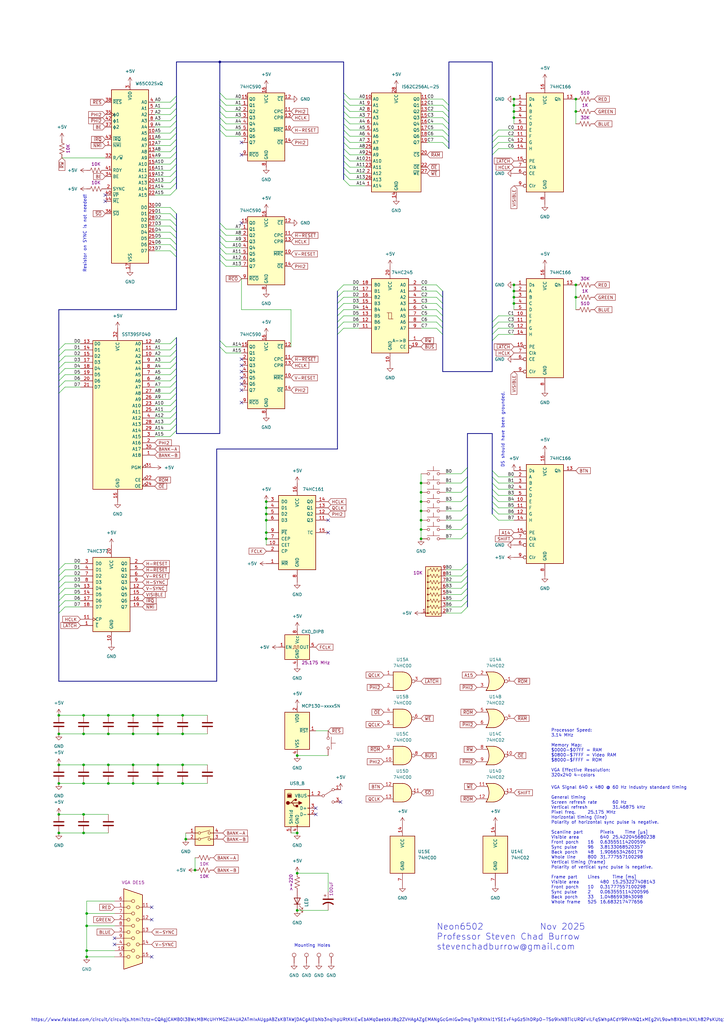
<source format=kicad_sch>
(kicad_sch (version 20230121) (generator eeschema)
  (paper "A3" portrait)
  (junction (at 210.82 119.38))
  (junction (at 80.01 356.87))
  (junction (at 34.29 293.37))
  (junction (at 109.22 213.36))
  (junction (at 44.45 321.31))
  (junction (at 54.61 321.31))
  (junction (at 54.61 313.69))
  (junction (at 210.82 45.72))
  (junction (at 64.77 313.69))
  (junction (at 34.29 300.99))
  (junction (at 172.72 209.55))
  (junction (at 210.82 43.18))
  (junction (at 54.61 293.37))
  (junction (at 172.72 201.93))
  (junction (at 74.93 321.31))
  (junction (at 34.29 341.63))
  (junction (at 121.92 358.14))
  (junction (at 24.13 334.01))
  (junction (at 34.29 334.01))
  (junction (at 54.61 300.99))
  (junction (at 44.45 313.69))
  (junction (at 24.13 313.69))
  (junction (at 90.17 25.4))
  (junction (at 109.22 210.82))
  (junction (at 210.82 116.84))
  (junction (at 236.22 40.64))
  (junction (at 35.56 389.89))
  (junction (at 172.72 220.98))
  (junction (at 34.29 321.31))
  (junction (at 210.82 48.26))
  (junction (at 24.13 341.63))
  (junction (at 172.72 205.74))
  (junction (at 64.77 293.37))
  (junction (at 109.22 205.74))
  (junction (at 35.56 392.43))
  (junction (at 210.82 40.64))
  (junction (at 109.22 218.44))
  (junction (at 236.22 121.92))
  (junction (at 64.77 300.99))
  (junction (at 109.22 220.98))
  (junction (at 172.72 217.17))
  (junction (at 24.13 300.99))
  (junction (at 121.92 373.38))
  (junction (at 210.82 124.46))
  (junction (at 35.56 379.73))
  (junction (at 24.13 321.31))
  (junction (at 44.45 293.37))
  (junction (at 210.82 121.92))
  (junction (at 24.13 293.37))
  (junction (at 236.22 116.84))
  (junction (at 109.22 208.28))
  (junction (at 64.77 321.31))
  (junction (at 121.92 341.63))
  (junction (at 74.93 293.37))
  (junction (at 74.93 313.69))
  (junction (at 44.45 300.99))
  (junction (at 74.93 300.99))
  (junction (at 34.29 313.69))
  (junction (at 121.92 309.88))
  (junction (at 172.72 213.36))
  (junction (at 76.2 344.17))
  (junction (at 172.72 198.12))
  (junction (at 35.56 374.65))
  (junction (at 236.22 45.72))
  (no_connect (at 129.54 334.01))
  (no_connect (at 43.18 80.01))
  (no_connect (at 134.62 218.44))
  (no_connect (at 99.06 154.94))
  (no_connect (at 43.18 82.55))
  (no_connect (at 46.99 387.35))
  (no_connect (at 99.06 157.48))
  (no_connect (at 134.62 213.36))
  (no_connect (at 62.23 377.19))
  (no_connect (at 99.06 149.86))
  (no_connect (at 99.06 58.42))
  (no_connect (at 99.06 165.1))
  (no_connect (at 99.06 160.02))
  (no_connect (at 139.7 328.93))
  (no_connect (at 99.06 147.32))
  (no_connect (at 99.06 91.44))
  (no_connect (at 62.23 372.11))
  (no_connect (at 46.99 384.81))
  (no_connect (at 99.06 152.4))
  (no_connect (at 99.06 63.5))
  (no_connect (at 62.23 392.43))
  (no_connect (at 129.54 331.47))
  (bus_entry (at 69.85 179.07) (size 2.54 -2.54))
  (bus_entry (at 92.71 53.34) (size -2.54 -2.54))
  (bus_entry (at 179.07 124.46) (size 2.54 2.54))
  (bus_entry (at 179.07 116.84) (size 2.54 2.54))
  (bus_entry (at 201.93 200.66) (size 2.54 2.54))
  (bus_entry (at 69.85 143.51) (size 2.54 -2.54))
  (bus_entry (at 69.85 166.37) (size 2.54 -2.54))
  (bus_entry (at 26.67 148.59) (size -2.54 2.54))
  (bus_entry (at 143.51 63.5) (size -2.54 -2.54))
  (bus_entry (at 69.85 62.23) (size 2.54 -2.54))
  (bus_entry (at 189.23 220.98) (size 2.54 -2.54))
  (bus_entry (at 69.85 146.05) (size 2.54 -2.54))
  (bus_entry (at 90.17 139.7) (size 2.54 2.54))
  (bus_entry (at 189.23 213.36) (size 2.54 -2.54))
  (bus_entry (at 69.85 41.91) (size 2.54 -2.54))
  (bus_entry (at 201.93 134.62) (size 2.54 -2.54))
  (bus_entry (at 92.71 40.64) (size -2.54 -2.54))
  (bus_entry (at 69.85 163.83) (size 2.54 -2.54))
  (bus_entry (at 69.85 64.77) (size 2.54 -2.54))
  (bus_entry (at 140.97 134.62) (size -2.54 2.54))
  (bus_entry (at 69.85 173.99) (size 2.54 -2.54))
  (bus_entry (at 26.67 151.13) (size -2.54 2.54))
  (bus_entry (at 181.61 55.88) (size 2.54 2.54))
  (bus_entry (at 69.85 97.79) (size 2.54 2.54))
  (bus_entry (at 140.97 116.84) (size -2.54 2.54))
  (bus_entry (at 26.67 233.68) (size -2.54 2.54))
  (bus_entry (at 92.71 109.22) (size -2.54 -2.54))
  (bus_entry (at 179.07 134.62) (size 2.54 2.54))
  (bus_entry (at 69.85 148.59) (size 2.54 -2.54))
  (bus_entry (at 69.85 171.45) (size 2.54 -2.54))
  (bus_entry (at 69.85 57.15) (size 2.54 -2.54))
  (bus_entry (at 201.93 205.74) (size 2.54 2.54))
  (bus_entry (at 179.07 132.08) (size 2.54 2.54))
  (bus_entry (at 191.77 238.76) (size -2.54 2.54))
  (bus_entry (at 92.71 101.6) (size -2.54 -2.54))
  (bus_entry (at 69.85 54.61) (size 2.54 -2.54))
  (bus_entry (at 189.23 198.12) (size 2.54 -2.54))
  (bus_entry (at 143.51 40.64) (size -2.54 -2.54))
  (bus_entry (at 26.67 238.76) (size -2.54 2.54))
  (bus_entry (at 140.97 119.38) (size -2.54 2.54))
  (bus_entry (at 140.97 124.46) (size -2.54 2.54))
  (bus_entry (at 201.93 55.88) (size 2.54 -2.54))
  (bus_entry (at 69.85 44.45) (size 2.54 -2.54))
  (bus_entry (at 69.85 158.75) (size 2.54 -2.54))
  (bus_entry (at 181.61 50.8) (size 2.54 2.54))
  (bus_entry (at 69.85 87.63) (size 2.54 2.54))
  (bus_entry (at 143.51 71.12) (size -2.54 -2.54))
  (bus_entry (at 92.71 104.14) (size -2.54 -2.54))
  (bus_entry (at 191.77 246.38) (size -2.54 2.54))
  (bus_entry (at 143.51 60.96) (size -2.54 -2.54))
  (bus_entry (at 26.67 246.38) (size -2.54 2.54))
  (bus_entry (at 179.07 121.92) (size 2.54 2.54))
  (bus_entry (at 69.85 52.07) (size 2.54 -2.54))
  (bus_entry (at 69.85 80.01) (size 2.54 -2.54))
  (bus_entry (at 191.77 248.92) (size -2.54 2.54))
  (bus_entry (at 143.51 55.88) (size -2.54 -2.54))
  (bus_entry (at 181.61 53.34) (size 2.54 2.54))
  (bus_entry (at 143.51 76.2) (size -2.54 -2.54))
  (bus_entry (at 26.67 143.51) (size -2.54 2.54))
  (bus_entry (at 181.61 45.72) (size 2.54 2.54))
  (bus_entry (at 140.97 121.92) (size -2.54 2.54))
  (bus_entry (at 69.85 59.69) (size 2.54 -2.54))
  (bus_entry (at 143.51 66.04) (size -2.54 -2.54))
  (bus_entry (at 140.97 129.54) (size -2.54 2.54))
  (bus_entry (at 191.77 231.14) (size -2.54 2.54))
  (bus_entry (at 69.85 156.21) (size 2.54 -2.54))
  (bus_entry (at 26.67 146.05) (size -2.54 2.54))
  (bus_entry (at 69.85 102.87) (size 2.54 2.54))
  (bus_entry (at 189.23 205.74) (size 2.54 -2.54))
  (bus_entry (at 69.85 90.17) (size 2.54 2.54))
  (bus_entry (at 69.85 67.31) (size 2.54 -2.54))
  (bus_entry (at 69.85 161.29) (size 2.54 -2.54))
  (bus_entry (at 92.71 144.78) (size -2.54 -2.54))
  (bus_entry (at 69.85 92.71) (size 2.54 2.54))
  (bus_entry (at 69.85 46.99) (size 2.54 -2.54))
  (bus_entry (at 92.71 99.06) (size -2.54 -2.54))
  (bus_entry (at 201.93 137.16) (size 2.54 -2.54))
  (bus_entry (at 201.93 208.28) (size 2.54 2.54))
  (bus_entry (at 140.97 127) (size -2.54 2.54))
  (bus_entry (at 92.71 55.88) (size -2.54 -2.54))
  (bus_entry (at 26.67 236.22) (size -2.54 2.54))
  (bus_entry (at 69.85 77.47) (size 2.54 -2.54))
  (bus_entry (at 92.71 93.98) (size -2.54 -2.54))
  (bus_entry (at 181.61 40.64) (size 2.54 2.54))
  (bus_entry (at 26.67 140.97) (size -2.54 2.54))
  (bus_entry (at 201.93 210.82) (size 2.54 2.54))
  (bus_entry (at 92.71 45.72) (size -2.54 -2.54))
  (bus_entry (at 26.67 241.3) (size -2.54 2.54))
  (bus_entry (at 143.51 73.66) (size -2.54 -2.54))
  (bus_entry (at 201.93 198.12) (size 2.54 2.54))
  (bus_entry (at 181.61 48.26) (size 2.54 2.54))
  (bus_entry (at 143.51 58.42) (size -2.54 -2.54))
  (bus_entry (at 201.93 193.04) (size 2.54 2.54))
  (bus_entry (at 26.67 243.84) (size -2.54 2.54))
  (bus_entry (at 191.77 241.3) (size -2.54 2.54))
  (bus_entry (at 179.07 127) (size 2.54 2.54))
  (bus_entry (at 69.85 85.09) (size 2.54 2.54))
  (bus_entry (at 191.77 233.68) (size -2.54 2.54))
  (bus_entry (at 69.85 140.97) (size 2.54 -2.54))
  (bus_entry (at 189.23 209.55) (size 2.54 -2.54))
  (bus_entry (at 201.93 63.5) (size 2.54 -2.54))
  (bus_entry (at 143.51 68.58) (size -2.54 -2.54))
  (bus_entry (at 143.51 50.8) (size -2.54 -2.54))
  (bus_entry (at 143.51 45.72) (size -2.54 -2.54))
  (bus_entry (at 189.23 217.17) (size 2.54 -2.54))
  (bus_entry (at 26.67 153.67) (size -2.54 2.54))
  (bus_entry (at 26.67 156.21) (size -2.54 2.54))
  (bus_entry (at 92.71 96.52) (size -2.54 -2.54))
  (bus_entry (at 92.71 48.26) (size -2.54 -2.54))
  (bus_entry (at 179.07 119.38) (size 2.54 2.54))
  (bus_entry (at 201.93 58.42) (size 2.54 -2.54))
  (bus_entry (at 181.61 43.18) (size 2.54 2.54))
  (bus_entry (at 179.07 129.54) (size 2.54 2.54))
  (bus_entry (at 189.23 201.93) (size 2.54 -2.54))
  (bus_entry (at 69.85 176.53) (size 2.54 -2.54))
  (bus_entry (at 69.85 153.67) (size 2.54 -2.54))
  (bus_entry (at 201.93 203.2) (size 2.54 2.54))
  (bus_entry (at 191.77 243.84) (size -2.54 2.54))
  (bus_entry (at 92.71 43.18) (size -2.54 -2.54))
  (bus_entry (at 69.85 74.93) (size 2.54 -2.54))
  (bus_entry (at 69.85 95.25) (size 2.54 2.54))
  (bus_entry (at 201.93 139.7) (size 2.54 -2.54))
  (bus_entry (at 92.71 50.8) (size -2.54 -2.54))
  (bus_entry (at 191.77 236.22) (size -2.54 2.54))
  (bus_entry (at 143.51 53.34) (size -2.54 -2.54))
  (bus_entry (at 189.23 194.31) (size 2.54 -2.54))
  (bus_entry (at 26.67 158.75) (size -2.54 2.54))
  (bus_entry (at 69.85 49.53) (size 2.54 -2.54))
  (bus_entry (at 69.85 100.33) (size 2.54 2.54))
  (bus_entry (at 140.97 132.08) (size -2.54 2.54))
  (bus_entry (at 69.85 151.13) (size 2.54 -2.54))
  (bus_entry (at 201.93 60.96) (size 2.54 -2.54))
  (bus_entry (at 92.71 106.68) (size -2.54 -2.54))
  (bus_entry (at 69.85 168.91) (size 2.54 -2.54))
  (bus_entry (at 26.67 248.92) (size -2.54 2.54))
  (bus_entry (at 69.85 69.85) (size 2.54 -2.54))
  (bus_entry (at 143.51 43.18) (size -2.54 -2.54))
  (bus_entry (at 181.61 58.42) (size 2.54 2.54))
  (bus_entry (at 201.93 132.08) (size 2.54 -2.54))
  (bus_entry (at 69.85 72.39) (size 2.54 -2.54))
  (bus_entry (at 143.51 48.26) (size -2.54 -2.54))
  (bus_entry (at 201.93 195.58) (size 2.54 2.54))
  (bus_entry (at 26.67 231.14) (size -2.54 2.54))
  (bus (pts (xy 90.17 25.4) (xy 140.97 25.4)))
  (bus (pts (xy 24.13 143.51) (xy 24.13 127)))
  (bus (pts (xy 72.39 177.8) (xy 90.17 177.8)))
  (bus (pts (xy 72.39 72.39) (xy 72.39 69.85)))
  (wire (pts (xy 172.72 134.62) (xy 179.07 134.62)))
  (wire (pts (xy 149.86 45.72) (xy 143.51 45.72)))
  (wire (pts (xy 63.5 153.67) (xy 69.85 153.67)))
  (wire (pts (xy 172.72 213.36) (xy 172.72 209.55)))
  (wire (pts (xy 134.62 358.14) (xy 134.62 365.76)))
  (wire (pts (xy 33.02 233.68) (xy 26.67 233.68)))
  (wire (pts (xy 172.72 132.08) (xy 179.07 132.08)))
  (wire (pts (xy 38.1 457.2) (xy 38.1 455.93)))
  (bus (pts (xy 24.13 238.76) (xy 24.13 241.3)))
  (bus (pts (xy 90.17 104.14) (xy 90.17 106.68)))
  (wire (pts (xy 63.5 494.03) (xy 139.7 494.03)))
  (wire (pts (xy 109.22 213.36) (xy 109.22 218.44)))
  (bus (pts (xy 72.39 127) (xy 72.39 105.41)))
  (wire (pts (xy 147.32 116.84) (xy 140.97 116.84)))
  (wire (pts (xy 189.23 217.17) (xy 182.88 217.17)))
  (bus (pts (xy 90.17 48.26) (xy 90.17 50.8)))
  (wire (pts (xy 85.09 321.31) (xy 74.93 321.31)))
  (wire (pts (xy 54.61 300.99) (xy 44.45 300.99)))
  (bus (pts (xy 24.13 248.92) (xy 24.13 251.46)))
  (bus (pts (xy 72.39 64.77) (xy 72.39 62.23)))
  (wire (pts (xy 33.02 246.38) (xy 26.67 246.38)))
  (wire (pts (xy 175.26 45.72) (xy 181.61 45.72)))
  (wire (pts (xy 101.6 443.23) (xy 114.3 443.23)))
  (wire (pts (xy 63.5 97.79) (xy 69.85 97.79)))
  (wire (pts (xy 35.56 379.73) (xy 35.56 374.65)))
  (bus (pts (xy 72.39 52.07) (xy 72.39 49.53)))
  (wire (pts (xy 172.72 209.55) (xy 172.72 205.74)))
  (bus (pts (xy 90.17 53.34) (xy 90.17 91.44)))
  (wire (pts (xy 204.47 53.34) (xy 210.82 53.34)))
  (wire (pts (xy 33.02 140.97) (xy 26.67 140.97)))
  (wire (pts (xy 149.86 43.18) (xy 143.51 43.18)))
  (wire (pts (xy 63.5 469.9) (xy 63.5 468.63)))
  (wire (pts (xy 63.5 90.17) (xy 69.85 90.17)))
  (bus (pts (xy 201.93 205.74) (xy 201.93 208.28)))
  (wire (pts (xy 109.22 210.82) (xy 109.22 213.36)))
  (wire (pts (xy 204.47 55.88) (xy 210.82 55.88)))
  (wire (pts (xy 99.06 96.52) (xy 92.71 96.52)))
  (wire (pts (xy 139.7 495.3) (xy 139.7 494.03)))
  (wire (pts (xy 236.22 45.72) (xy 236.22 50.8)))
  (bus (pts (xy 140.97 45.72) (xy 140.97 43.18)))
  (bus (pts (xy 24.13 146.05) (xy 24.13 148.59)))
  (wire (pts (xy 114.3 506.73) (xy 114.3 508)))
  (wire (pts (xy 149.86 55.88) (xy 143.51 55.88)))
  (bus (pts (xy 90.17 139.7) (xy 90.17 142.24)))
  (wire (pts (xy 54.61 293.37) (xy 64.77 293.37)))
  (bus (pts (xy 191.77 218.44) (xy 191.77 231.14)))
  (bus (pts (xy 90.17 106.68) (xy 90.17 139.7)))
  (wire (pts (xy 35.56 369.57) (xy 46.99 369.57)))
  (wire (pts (xy 63.5 455.93) (xy 63.5 457.2)))
  (bus (pts (xy 181.61 124.46) (xy 181.61 127)))
  (wire (pts (xy 189.23 251.46) (xy 182.88 251.46)))
  (wire (pts (xy 236.22 116.84) (xy 236.22 121.92)))
  (bus (pts (xy 24.13 161.29) (xy 24.13 233.68)))
  (wire (pts (xy 63.5 457.2) (xy 88.9 457.2)))
  (bus (pts (xy 140.97 68.58) (xy 140.97 66.04)))
  (wire (pts (xy 203.2 443.23) (xy 215.9 443.23)))
  (wire (pts (xy 63.5 173.99) (xy 69.85 173.99)))
  (bus (pts (xy 24.13 233.68) (xy 24.13 236.22)))
  (bus (pts (xy 138.43 132.08) (xy 138.43 134.62)))
  (wire (pts (xy 204.47 60.96) (xy 210.82 60.96)))
  (wire (pts (xy 92.71 43.18) (xy 99.06 43.18)))
  (wire (pts (xy 63.5 41.91) (xy 69.85 41.91)))
  (wire (pts (xy 33.02 238.76) (xy 26.67 238.76)))
  (wire (pts (xy 127 443.23) (xy 139.7 443.23)))
  (wire (pts (xy 121.92 309.88) (xy 134.62 309.88)))
  (wire (pts (xy 33.02 156.21) (xy 26.67 156.21)))
  (bus (pts (xy 138.43 134.62) (xy 138.43 137.16)))
  (wire (pts (xy 204.47 134.62) (xy 210.82 134.62)))
  (bus (pts (xy 201.93 55.88) (xy 201.93 58.42)))
  (wire (pts (xy 114.3 482.6) (xy 114.3 481.33)))
  (wire (pts (xy 92.71 48.26) (xy 99.06 48.26)))
  (wire (pts (xy 121.92 373.38) (xy 134.62 373.38)))
  (wire (pts (xy 114.3 469.9) (xy 165.1 469.9)))
  (wire (pts (xy 172.72 127) (xy 179.07 127)))
  (wire (pts (xy 12.7 481.33) (xy 63.5 481.33)))
  (wire (pts (xy 189.23 198.12) (xy 182.88 198.12)))
  (bus (pts (xy 191.77 177.8) (xy 201.93 177.8)))
  (wire (pts (xy 63.5 74.93) (xy 69.85 74.93)))
  (wire (pts (xy 114.3 457.2) (xy 139.7 457.2)))
  (wire (pts (xy 147.32 121.92) (xy 140.97 121.92)))
  (wire (pts (xy 189.23 194.31) (xy 182.88 194.31)))
  (wire (pts (xy 139.7 457.2) (xy 139.7 455.93)))
  (wire (pts (xy 63.5 62.23) (xy 69.85 62.23)))
  (wire (pts (xy 63.5 482.6) (xy 114.3 482.6)))
  (bus (pts (xy 72.39 25.4) (xy 90.17 25.4)))
  (wire (pts (xy 189.23 246.38) (xy 182.88 246.38)))
  (wire (pts (xy 24.13 313.69) (xy 34.29 313.69)))
  (wire (pts (xy 33.02 158.75) (xy 26.67 158.75)))
  (bus (pts (xy 201.93 132.08) (xy 201.93 134.62)))
  (bus (pts (xy 138.43 124.46) (xy 138.43 127)))
  (wire (pts (xy 119.38 127) (xy 119.38 142.24)))
  (wire (pts (xy 215.9 455.93) (xy 215.9 457.2)))
  (wire (pts (xy 63.5 161.29) (xy 69.85 161.29)))
  (wire (pts (xy 215.9 506.73) (xy 215.9 508)))
  (wire (pts (xy 63.5 444.5) (xy 76.2 444.5)))
  (wire (pts (xy 12.7 482.6) (xy 12.7 481.33)))
  (wire (pts (xy 74.93 321.31) (xy 64.77 321.31)))
  (wire (pts (xy 149.86 71.12) (xy 143.51 71.12)))
  (bus (pts (xy 191.77 236.22) (xy 191.77 238.76)))
  (wire (pts (xy 190.5 444.5) (xy 203.2 444.5)))
  (wire (pts (xy 189.23 236.22) (xy 182.88 236.22)))
  (wire (pts (xy 149.86 40.64) (xy 143.51 40.64)))
  (bus (pts (xy 191.77 191.77) (xy 191.77 177.8)))
  (bus (pts (xy 72.39 25.4) (xy 72.39 39.37)))
  (wire (pts (xy 63.5 46.99) (xy 69.85 46.99)))
  (bus (pts (xy 90.17 142.24) (xy 90.17 177.8)))
  (bus (pts (xy 72.39 148.59) (xy 72.39 146.05)))
  (bus (pts (xy 140.97 63.5) (xy 140.97 60.96)))
  (bus (pts (xy 201.93 200.66) (xy 201.93 203.2)))
  (wire (pts (xy 210.82 45.72) (xy 210.82 48.26)))
  (wire (pts (xy 12.7 444.5) (xy 25.4 444.5)))
  (wire (pts (xy 54.61 321.31) (xy 44.45 321.31)))
  (bus (pts (xy 201.93 60.96) (xy 201.93 63.5)))
  (bus (pts (xy 72.39 97.79) (xy 72.39 100.33)))
  (wire (pts (xy 64.77 293.37) (xy 74.93 293.37)))
  (bus (pts (xy 72.39 166.37) (xy 72.39 163.83)))
  (bus (pts (xy 72.39 74.93) (xy 72.39 72.39)))
  (bus (pts (xy 24.13 158.75) (xy 24.13 161.29)))
  (wire (pts (xy 204.47 195.58) (xy 210.82 195.58)))
  (wire (pts (xy 165.1 482.6) (xy 215.9 482.6)))
  (wire (pts (xy 63.5 67.31) (xy 69.85 67.31)))
  (bus (pts (xy 72.39 168.91) (xy 72.39 166.37)))
  (bus (pts (xy 90.17 99.06) (xy 90.17 96.52)))
  (bus (pts (xy 24.13 251.46) (xy 24.13 279.4)))
  (wire (pts (xy 74.93 293.37) (xy 85.09 293.37)))
  (bus (pts (xy 90.17 91.44) (xy 90.17 93.98)))
  (wire (pts (xy 63.5 443.23) (xy 63.5 444.5)))
  (bus (pts (xy 181.61 119.38) (xy 181.61 121.92)))
  (bus (pts (xy 88.9 184.15) (xy 88.9 279.4)))
  (bus (pts (xy 201.93 195.58) (xy 201.93 198.12)))
  (wire (pts (xy 189.23 205.74) (xy 182.88 205.74)))
  (wire (pts (xy 139.7 443.23) (xy 139.7 444.5)))
  (wire (pts (xy 149.86 58.42) (xy 143.51 58.42)))
  (wire (pts (xy 63.5 52.07) (xy 69.85 52.07)))
  (wire (pts (xy 63.5 85.09) (xy 69.85 85.09)))
  (wire (pts (xy 204.47 205.74) (xy 210.82 205.74)))
  (wire (pts (xy 85.09 300.99) (xy 74.93 300.99)))
  (bus (pts (xy 24.13 156.21) (xy 24.13 158.75)))
  (wire (pts (xy 25.4 443.23) (xy 38.1 443.23)))
  (bus (pts (xy 72.39 49.53) (xy 72.39 46.99)))
  (wire (pts (xy 152.4 443.23) (xy 165.1 443.23)))
  (wire (pts (xy 172.72 129.54) (xy 179.07 129.54)))
  (wire (pts (xy 92.71 45.72) (xy 99.06 45.72)))
  (bus (pts (xy 201.93 134.62) (xy 201.93 137.16)))
  (wire (pts (xy 172.72 201.93) (xy 172.72 198.12)))
  (wire (pts (xy 63.5 146.05) (xy 69.85 146.05)))
  (wire (pts (xy 92.71 50.8) (xy 99.06 50.8)))
  (wire (pts (xy 149.86 73.66) (xy 143.51 73.66)))
  (wire (pts (xy 63.5 156.21) (xy 69.85 156.21)))
  (bus (pts (xy 184.15 45.72) (xy 184.15 48.26)))
  (bus (pts (xy 90.17 40.64) (xy 90.17 43.18)))
  (wire (pts (xy 149.86 53.34) (xy 143.51 53.34)))
  (bus (pts (xy 72.39 153.67) (xy 72.39 151.13)))
  (bus (pts (xy 24.13 236.22) (xy 24.13 238.76)))
  (wire (pts (xy 109.22 208.28) (xy 109.22 210.82)))
  (wire (pts (xy 210.82 121.92) (xy 210.82 119.38)))
  (wire (pts (xy 215.9 443.23) (xy 215.9 444.5)))
  (wire (pts (xy 165.1 481.33) (xy 165.1 482.6)))
  (bus (pts (xy 140.97 55.88) (xy 140.97 53.34)))
  (bus (pts (xy 184.15 55.88) (xy 184.15 58.42)))
  (wire (pts (xy 12.7 457.2) (xy 38.1 457.2)))
  (wire (pts (xy 63.5 87.63) (xy 69.85 87.63)))
  (bus (pts (xy 201.93 152.4) (xy 201.93 139.7)))
  (wire (pts (xy 189.23 238.76) (xy 182.88 238.76)))
  (wire (pts (xy 63.5 176.53) (xy 69.85 176.53)))
  (wire (pts (xy 149.86 66.04) (xy 143.51 66.04)))
  (bus (pts (xy 184.15 43.18) (xy 184.15 45.72)))
  (wire (pts (xy 204.47 132.08) (xy 210.82 132.08)))
  (wire (pts (xy 139.7 455.93) (xy 165.1 455.93)))
  (wire (pts (xy 147.32 127) (xy 140.97 127)))
  (wire (pts (xy 165.1 444.5) (xy 177.8 444.5)))
  (bus (pts (xy 72.39 173.99) (xy 72.39 171.45)))
  (wire (pts (xy 34.29 334.01) (xy 44.45 334.01)))
  (wire (pts (xy 24.13 341.63) (xy 34.29 341.63)))
  (wire (pts (xy 210.82 127) (xy 210.82 124.46)))
  (wire (pts (xy 165.1 468.63) (xy 215.9 468.63)))
  (wire (pts (xy 203.2 444.5) (xy 203.2 443.23)))
  (wire (pts (xy 92.71 53.34) (xy 99.06 53.34)))
  (wire (pts (xy 190.5 455.93) (xy 215.9 455.93)))
  (wire (pts (xy 189.23 248.92) (xy 182.88 248.92)))
  (wire (pts (xy 114.3 468.63) (xy 114.3 469.9)))
  (bus (pts (xy 72.39 92.71) (xy 72.39 95.25)))
  (wire (pts (xy 63.5 481.33) (xy 63.5 482.6)))
  (bus (pts (xy 140.97 43.18) (xy 140.97 40.64)))
  (wire (pts (xy 76.2 344.17) (xy 76.2 341.63)))
  (bus (pts (xy 90.17 45.72) (xy 90.17 48.26)))
  (bus (pts (xy 72.39 171.45) (xy 72.39 168.91)))
  (wire (pts (xy 215.9 519.43) (xy 215.9 520.7)))
  (wire (pts (xy 175.26 53.34) (xy 181.61 53.34)))
  (bus (pts (xy 72.39 67.31) (xy 72.39 64.77)))
  (bus (pts (xy 140.97 53.34) (xy 140.97 50.8)))
  (wire (pts (xy 99.06 109.22) (xy 92.71 109.22)))
  (wire (pts (xy 109.22 218.44) (xy 109.22 220.98)))
  (wire (pts (xy 175.26 48.26) (xy 181.61 48.26)))
  (bus (pts (xy 191.77 231.14) (xy 191.77 233.68)))
  (wire (pts (xy 99.06 127) (xy 119.38 127)))
  (wire (pts (xy 63.5 92.71) (xy 69.85 92.71)))
  (bus (pts (xy 138.43 137.16) (xy 138.43 184.15)))
  (wire (pts (xy 38.1 495.3) (xy 63.5 495.3)))
  (wire (pts (xy 149.86 68.58) (xy 143.51 68.58)))
  (wire (pts (xy 24.13 300.99) (xy 34.29 300.99)))
  (bus (pts (xy 201.93 63.5) (xy 201.93 132.08)))
  (bus (pts (xy 181.61 121.92) (xy 181.61 124.46)))
  (wire (pts (xy 63.5 151.13) (xy 69.85 151.13)))
  (bus (pts (xy 72.39 77.47) (xy 72.39 74.93)))
  (wire (pts (xy 63.5 95.25) (xy 69.85 95.25)))
  (bus (pts (xy 72.39 69.85) (xy 72.39 67.31)))
  (wire (pts (xy 35.56 379.73) (xy 46.99 379.73)))
  (wire (pts (xy 64.77 321.31) (xy 54.61 321.31)))
  (wire (pts (xy 204.47 198.12) (xy 210.82 198.12)))
  (wire (pts (xy 24.13 293.37) (xy 34.29 293.37)))
  (bus (pts (xy 72.39 151.13) (xy 72.39 148.59)))
  (bus (pts (xy 201.93 25.4) (xy 201.93 55.88)))
  (bus (pts (xy 201.93 177.8) (xy 201.93 193.04)))
  (bus (pts (xy 181.61 129.54) (xy 181.61 132.08)))
  (wire (pts (xy 204.47 203.2) (xy 210.82 203.2)))
  (wire (pts (xy 114.3 443.23) (xy 114.3 444.5)))
  (wire (pts (xy 236.22 121.92) (xy 236.22 127)))
  (wire (pts (xy 63.5 468.63) (xy 114.3 468.63)))
  (bus (pts (xy 90.17 96.52) (xy 90.17 93.98)))
  (wire (pts (xy 147.32 134.62) (xy 140.97 134.62)))
  (wire (pts (xy 50.8 443.23) (xy 63.5 443.23)))
  (bus (pts (xy 184.15 53.34) (xy 184.15 55.88)))
  (wire (pts (xy 210.82 119.38) (xy 210.82 116.84)))
  (bus (pts (xy 72.39 161.29) (xy 72.39 158.75)))
  (wire (pts (xy 34.29 300.99) (xy 44.45 300.99)))
  (wire (pts (xy 63.5 140.97) (xy 69.85 140.97)))
  (bus (pts (xy 90.17 25.4) (xy 90.17 38.1)))
  (bus (pts (xy 90.17 43.18) (xy 90.17 45.72)))
  (wire (pts (xy 215.9 532.13) (xy 215.9 533.4)))
  (wire (pts (xy 101.6 444.5) (xy 101.6 443.23)))
  (bus (pts (xy 72.39 44.45) (xy 72.39 41.91)))
  (wire (pts (xy 149.86 48.26) (xy 143.51 48.26)))
  (wire (pts (xy 172.72 119.38) (xy 179.07 119.38)))
  (bus (pts (xy 72.39 54.61) (xy 72.39 52.07)))
  (wire (pts (xy 190.5 457.2) (xy 190.5 455.93)))
  (wire (pts (xy 204.47 129.54) (xy 210.82 129.54)))
  (wire (pts (xy 38.1 444.5) (xy 50.8 444.5)))
  (bus (pts (xy 138.43 127) (xy 138.43 129.54)))
  (wire (pts (xy 127 444.5) (xy 127 443.23)))
  (wire (pts (xy 34.29 293.37) (xy 44.45 293.37)))
  (wire (pts (xy 99.06 99.06) (xy 92.71 99.06)))
  (bus (pts (xy 90.17 101.6) (xy 90.17 99.06)))
  (bus (pts (xy 72.39 87.63) (xy 72.39 90.17)))
  (wire (pts (xy 236.22 40.64) (xy 236.22 45.72)))
  (wire (pts (xy 35.56 392.43) (xy 46.99 392.43)))
  (wire (pts (xy 121.92 358.14) (xy 134.62 358.14)))
  (bus (pts (xy 184.15 48.26) (xy 184.15 50.8)))
  (wire (pts (xy 35.56 374.65) (xy 46.99 374.65)))
  (bus (pts (xy 191.77 199.39) (xy 191.77 203.2)))
  (wire (pts (xy 63.5 148.59) (xy 69.85 148.59)))
  (wire (pts (xy 63.5 179.07) (xy 69.85 179.07)))
  (wire (pts (xy 25.4 444.5) (xy 25.4 443.23)))
  (wire (pts (xy 35.56 374.65) (xy 35.56 369.57)))
  (wire (pts (xy 33.02 231.14) (xy 26.67 231.14)))
  (bus (pts (xy 181.61 132.08) (xy 181.61 134.62)))
  (bus (pts (xy 72.39 146.05) (xy 72.39 143.51)))
  (wire (pts (xy 12.7 494.03) (xy 38.1 494.03)))
  (wire (pts (xy 215.9 468.63) (xy 215.9 469.9)))
  (wire (pts (xy 172.72 217.17) (xy 172.72 213.36)))
  (wire (pts (xy 165.1 520.7) (xy 165.1 519.43)))
  (wire (pts (xy 175.26 55.88) (xy 181.61 55.88)))
  (bus (pts (xy 72.39 176.53) (xy 72.39 173.99)))
  (wire (pts (xy 54.61 313.69) (xy 64.77 313.69)))
  (bus (pts (xy 201.93 137.16) (xy 201.93 139.7)))
  (bus (pts (xy 72.39 62.23) (xy 72.39 59.69)))
  (wire (pts (xy 64.77 313.69) (xy 74.93 313.69)))
  (bus (pts (xy 72.39 100.33) (xy 72.39 102.87)))
  (bus (pts (xy 201.93 198.12) (xy 201.93 200.66)))
  (wire (pts (xy 63.5 54.61) (xy 69.85 54.61)))
  (wire (pts (xy 109.22 220.98) (xy 109.22 223.52)))
  (wire (pts (xy 38.1 455.93) (xy 63.5 455.93)))
  (bus (pts (xy 181.61 127) (xy 181.61 129.54)))
  (wire (pts (xy 63.5 166.37) (xy 69.85 166.37)))
  (wire (pts (xy 25.4 64.77) (xy 43.18 64.77)))
  (bus (pts (xy 138.43 119.38) (xy 138.43 121.92)))
  (bus (pts (xy 24.13 241.3) (xy 24.13 243.84)))
  (wire (pts (xy 76.2 444.5) (xy 76.2 443.23)))
  (bus (pts (xy 90.17 50.8) (xy 90.17 53.34)))
  (bus (pts (xy 72.39 90.17) (xy 72.39 92.71)))
  (bus (pts (xy 191.77 238.76) (xy 191.77 241.3)))
  (wire (pts (xy 114.3 444.5) (xy 127 444.5)))
  (wire (pts (xy 33.02 248.92) (xy 26.67 248.92)))
  (wire (pts (xy 44.45 313.69) (xy 54.61 313.69)))
  (wire (pts (xy 152.4 444.5) (xy 152.4 443.23)))
  (bus (pts (xy 24.13 148.59) (xy 24.13 151.13)))
  (wire (pts (xy 44.45 293.37) (xy 54.61 293.37)))
  (bus (pts (xy 140.97 66.04) (xy 140.97 63.5)))
  (bus (pts (xy 181.61 134.62) (xy 181.61 137.16)))
  (bus (pts (xy 191.77 195.58) (xy 191.77 199.39)))
  (wire (pts (xy 34.29 321.31) (xy 44.45 321.31)))
  (wire (pts (xy 33.02 146.05) (xy 26.67 146.05)))
  (wire (pts (xy 12.7 506.73) (xy 114.3 506.73)))
  (wire (pts (xy 63.5 72.39) (xy 69.85 72.39)))
  (bus (pts (xy 140.97 60.96) (xy 140.97 58.42)))
  (bus (pts (xy 24.13 279.4) (xy 88.9 279.4)))
  (wire (pts (xy 147.32 129.54) (xy 140.97 129.54)))
  (wire (pts (xy 63.5 158.75) (xy 69.85 158.75)))
  (wire (pts (xy 149.86 60.96) (xy 143.51 60.96)))
  (bus (pts (xy 184.15 50.8) (xy 184.15 53.34)))
  (bus (pts (xy 72.39 57.15) (xy 72.39 54.61)))
  (bus (pts (xy 184.15 25.4) (xy 201.93 25.4)))
  (wire (pts (xy 172.72 121.92) (xy 179.07 121.92)))
  (bus (pts (xy 140.97 50.8) (xy 140.97 48.26)))
  (bus (pts (xy 201.93 208.28) (xy 201.93 210.82)))
  (wire (pts (xy 114.3 508) (xy 215.9 508)))
  (bus (pts (xy 24.13 143.51) (xy 24.13 146.05)))
  (wire (pts (xy 172.72 124.46) (xy 179.07 124.46)))
  (bus (pts (xy 24.13 127) (xy 72.39 127)))
  (wire (pts (xy 24.13 334.01) (xy 34.29 334.01)))
  (wire (pts (xy 165.1 519.43) (xy 215.9 519.43)))
  (wire (pts (xy 165.1 469.9) (xy 165.1 468.63)))
  (wire (pts (xy 172.72 220.98) (xy 172.72 217.17)))
  (wire (pts (xy 80.01 351.79) (xy 80.01 356.87)))
  (wire (pts (xy 33.02 151.13) (xy 26.67 151.13)))
  (wire (pts (xy 139.7 444.5) (xy 152.4 444.5)))
  (wire (pts (xy 114.3 455.93) (xy 114.3 457.2)))
  (wire (pts (xy 175.26 50.8) (xy 181.61 50.8)))
  (wire (pts (xy 35.56 389.89) (xy 35.56 379.73)))
  (wire (pts (xy 190.5 532.13) (xy 190.5 533.4)))
  (wire (pts (xy 189.23 209.55) (xy 182.88 209.55)))
  (wire (pts (xy 204.47 208.28) (xy 210.82 208.28)))
  (wire (pts (xy 64.77 300.99) (xy 54.61 300.99)))
  (wire (pts (xy 147.32 132.08) (xy 140.97 132.08)))
  (wire (pts (xy 149.86 63.5) (xy 143.51 63.5)))
  (wire (pts (xy 33.02 153.67) (xy 26.67 153.67)))
  (wire (pts (xy 24.13 321.31) (xy 34.29 321.31)))
  (bus (pts (xy 184.15 58.42) (xy 184.15 60.96)))
  (wire (pts (xy 189.23 243.84) (xy 182.88 243.84)))
  (bus (pts (xy 191.77 233.68) (xy 191.77 236.22)))
  (wire (pts (xy 99.06 142.24) (xy 92.71 142.24)))
  (bus (pts (xy 181.61 137.16) (xy 181.61 152.4)))
  (bus (pts (xy 201.93 193.04) (xy 201.93 195.58)))
  (bus (pts (xy 72.39 95.25) (xy 72.39 97.79)))
  (bus (pts (xy 201.93 203.2) (xy 201.93 205.74)))
  (bus (pts (xy 191.77 214.63) (xy 191.77 218.44)))
  (wire (pts (xy 177.8 443.23) (xy 190.5 443.23)))
  (wire (pts (xy 76.2 443.23) (xy 88.9 443.23)))
  (wire (pts (xy 165.1 494.03) (xy 215.9 494.03)))
  (bus (pts (xy 72.39 59.69) (xy 72.39 57.15)))
  (wire (pts (xy 189.23 201.93) (xy 182.88 201.93)))
  (wire (pts (xy 210.82 124.46) (xy 210.82 121.92)))
  (bus (pts (xy 72.39 163.83) (xy 72.39 161.29)))
  (wire (pts (xy 99.06 114.3) (xy 99.06 127)))
  (bus (pts (xy 191.77 246.38) (xy 191.77 248.92)))
  (wire (pts (xy 63.5 77.47) (xy 69.85 77.47)))
  (bus (pts (xy 72.39 143.51) (xy 72.39 140.97)))
  (wire (pts (xy 88.9 443.23) (xy 88.9 444.5)))
  (wire (pts (xy 12.7 520.7) (xy 165.1 520.7)))
  (wire (pts (xy 121.92 341.63) (xy 119.38 341.63)))
  (bus (pts (xy 140.97 48.26) (xy 140.97 45.72)))
  (wire (pts (xy 204.47 137.16) (xy 210.82 137.16)))
  (bus (pts (xy 138.43 184.15) (xy 88.9 184.15)))
  (wire (pts (xy 190.5 443.23) (xy 190.5 444.5)))
  (bus (pts (xy 140.97 25.4) (xy 140.97 38.1)))
  (wire (pts (xy 38.1 494.03) (xy 38.1 495.3)))
  (wire (pts (xy 74.93 300.99) (xy 64.77 300.99)))
  (bus (pts (xy 72.39 46.99) (xy 72.39 44.45)))
  (wire (pts (xy 34.29 341.63) (xy 44.45 341.63)))
  (bus (pts (xy 191.77 207.01) (xy 191.77 210.82)))
  (wire (pts (xy 63.5 80.01) (xy 69.85 80.01)))
  (wire (pts (xy 38.1 443.23) (xy 38.1 444.5)))
  (bus (pts (xy 191.77 191.77) (xy 191.77 195.58)))
  (wire (pts (xy 35.56 392.43) (xy 35.56 389.89)))
  (wire (pts (xy 109.22 205.74) (xy 109.22 208.28)))
  (wire (pts (xy 63.5 49.53) (xy 69.85 49.53)))
  (wire (pts (xy 189.23 213.36) (xy 182.88 213.36)))
  (wire (pts (xy 210.82 45.72) (xy 210.82 43.18)))
  (wire (pts (xy 165.1 495.3) (xy 165.1 494.03)))
  (wire (pts (xy 114.3 481.33) (xy 165.1 481.33)))
  (wire (pts (xy 172.72 116.84) (xy 179.07 116.84)))
  (wire (pts (xy 147.32 124.46) (xy 140.97 124.46)))
  (wire (pts (xy 177.8 444.5) (xy 177.8 443.23)))
  (wire (pts (xy 149.86 76.2) (xy 143.51 76.2)))
  (bus (pts (xy 72.39 158.75) (xy 72.39 156.21)))
  (wire (pts (xy 204.47 200.66) (xy 210.82 200.66)))
  (wire (pts (xy 149.86 50.8) (xy 143.51 50.8)))
  (wire (pts (xy 189.23 233.68) (xy 182.88 233.68)))
  (wire (pts (xy 172.72 205.74) (xy 172.72 201.93)))
  (wire (pts (xy 175.26 58.42) (xy 181.61 58.42)))
  (wire (pts (xy 63.5 495.3) (xy 63.5 494.03)))
  (wire (pts (xy 74.93 313.69) (xy 85.09 313.69)))
  (bus (pts (xy 138.43 129.54) (xy 138.43 132.08)))
  (wire (pts (xy 165.1 455.93) (xy 165.1 457.2)))
  (bus (pts (xy 140.97 58.42) (xy 140.97 55.88)))
  (wire (pts (xy 175.26 43.18) (xy 181.61 43.18)))
  (bus (pts (xy 138.43 121.92) (xy 138.43 124.46)))
  (wire (pts (xy 63.5 44.45) (xy 69.85 44.45)))
  (wire (pts (xy 172.72 198.12) (xy 172.72 194.31)))
  (bus (pts (xy 90.17 38.1) (xy 90.17 40.64)))
  (wire (pts (xy 165.1 457.2) (xy 190.5 457.2)))
  (wire (pts (xy 63.5 163.83) (xy 69.85 163.83)))
  (bus (pts (xy 140.97 71.12) (xy 140.97 68.58)))
  (wire (pts (xy 99.06 106.68) (xy 92.71 106.68)))
  (wire (pts (xy 204.47 58.42) (xy 210.82 58.42)))
  (wire (pts (xy 210.82 48.26) (xy 210.82 50.8)))
  (bus (pts (xy 24.13 243.84) (xy 24.13 246.38)))
  (wire (pts (xy 88.9 455.93) (xy 114.3 455.93)))
  (wire (pts (xy 99.06 144.78) (xy 92.71 144.78)))
  (wire (pts (xy 99.06 104.14) (xy 92.71 104.14)))
  (wire (pts (xy 12.7 532.13) (xy 190.5 532.13)))
  (wire (pts (xy 63.5 57.15) (xy 69.85 57.15)))
  (wire (pts (xy 175.26 40.64) (xy 181.61 40.64)))
  (wire (pts (xy 33.02 148.59) (xy 26.67 148.59)))
  (wire (pts (xy 35.56 389.89) (xy 46.99 389.89)))
  (bus (pts (xy 140.97 73.66) (xy 140.97 71.12)))
  (bus (pts (xy 140.97 40.64) (xy 140.97 38.1)))
  (wire (pts (xy 147.32 119.38) (xy 140.97 119.38)))
  (wire (pts (xy 63.5 69.85) (xy 69.85 69.85)))
  (bus (pts (xy 72.39 102.87) (xy 72.39 105.41)))
  (bus (pts (xy 24.13 246.38) (xy 24.13 248.92)))
  (wire (pts (xy 63.5 59.69) (xy 69.85 59.69)))
  (wire (pts (xy 63.5 143.51) (xy 69.85 143.51)))
  (wire (pts (xy 190.5 533.4) (xy 215.9 533.4)))
  (wire (pts (xy 92.71 93.98) (xy 99.06 93.98)))
  (wire (pts (xy 34.29 313.69) (xy 44.45 313.69)))
  (bus (pts (xy 72.39 176.53) (xy 72.39 177.8)))
  (bus (pts (xy 184.15 43.18) (xy 184.15 25.4)))
  (wire (pts (xy 12.7 469.9) (xy 63.5 469.9)))
  (bus (pts (xy 90.17 104.14) (xy 90.17 101.6)))
  (wire (pts (xy 92.71 40.64) (xy 99.06 40.64)))
  (bus (pts (xy 12.7 431.8) (xy 38.1 431.8)))
  (wire (pts (xy 33.02 243.84) (xy 26.67 243.84)))
  (bus (pts (xy 72.39 41.91) (xy 72.39 39.37)))
  (wire (pts (xy 99.06 101.6) (xy 92.71 101.6)))
  (bus (pts (xy 181.61 152.4) (xy 201.93 152.4)))
  (wire (pts (xy 204.47 210.82) (xy 210.82 210.82)))
  (wire (pts (xy 189.23 220.98) (xy 182.88 220.98)))
  (bus (pts (xy 191.77 243.84) (xy 191.77 246.38)))
  (wire (pts (xy 139.7 495.3) (xy 165.1 495.3)))
  (wire (pts (xy 88.9 444.5) (xy 101.6 444.5)))
  (wire (pts (xy 63.5 102.87) (xy 69.85 102.87)))
  (bus (pts (xy 72.39 140.97) (xy 72.39 138.43)))
  (bus (pts (xy 191.77 210.82) (xy 191.77 214.63)))
  (bus (pts (xy 24.13 151.13) (xy 24.13 153.67)))
  (wire (pts (xy 63.5 100.33) (xy 69.85 100.33)))
  (wire (pts (xy 165.1 443.23) (xy 165.1 444.5)))
  (bus (pts (xy 201.93 58.42) (xy 201.93 60.96)))
  (wire (pts (xy 134.62 299.72) (xy 129.54 299.72)))
  (wire (pts (xy 63.5 171.45) (xy 69.85 171.45)))
  (wire (pts (xy 63.5 168.91) (xy 69.85 168.91)))
  (wire (pts (xy 92.71 55.88) (xy 99.06 55.88)))
  (wire (pts (xy 210.82 43.18) (xy 210.82 40.64)))
  (wire (pts (xy 50.8 444.5) (xy 50.8 443.23)))
  (wire (pts (xy 33.02 236.22) (xy 26.67 236.22)))
  (wire (pts (xy 204.47 213.36) (xy 210.82 213.36)))
  (wire (pts (xy 33.02 241.3) (xy 26.67 241.3)))
  (wire (pts (xy 88.9 457.2) (xy 88.9 455.93)))
  (wire (pts (xy 189.23 241.3) (xy 182.88 241.3)))
  (bus (pts (xy 191.77 203.2) (xy 191.77 207.01)))
  (bus (pts (xy 191.77 241.3) (xy 191.77 243.84)))
  (bus (pts (xy 24.13 153.67) (xy 24.13 156.21)))
  (wire (pts (xy 63.5 64.77) (xy 69.85 64.77)))
  (bus (pts (xy 72.39 156.21) (xy 72.39 153.67)))
  (wire (pts (xy 33.02 143.51) (xy 26.67 143.51)))
  (text "Resistor on SYNC is not needed!" (at 35.56 111.76 90) (effects (font (size 1.27 1.27)) (justify left bottom)))
  (text "79.4ns" (at 12.7 431.8 0) (effects (font (size 1.27 1.27)) (justify left bottom)))
  (text "Mounting Holes" (at 120.65 388.62 0) (effects (font (size 1.27 1.27)) (justify left bottom)))
  (text "VGA Signal 640 x 480 @ 60 Hz Industry standard timing\n\nGeneral timing\nScreen refresh rate	60 Hz\nVertical refresh	31.46875 kHz\nPixel freq.	25.175 MHz\nHorizontal timing (line)\nPolarity of horizontal sync pulse is negative.\n\nScanline part	Pixels	Time [µs]\nVisible area	640	25.422045680238\nFront porch	16	0.63555114200596\nSync pulse	96	3.8133068520357\nBack porch	48	1.9066534260179\nWhole line	800	31.777557100298\nVertical timing (frame)\nPolarity of vertical sync pulse is negative.\n\nFrame part	Lines	Time [ms]\nVisible area	480	15.253227408143\nFront porch	10	0.31777557100298\nSync pulse	2	0.063555114200596\nBack porch	33	1.0486593843098\nWhole frame	525	16.683217477656" (at 226.06 370.84 0) (effects (font (size 1.27 1.27)) (justify left bottom)))
  (text "Neon6502            Nov 2025\nProfessor Steven Chad Burrow\nstevenchadburrow@gmail.com\n" (at 179.07 389.89 0) (effects (font (size 2.54 2.54)) (justify left bottom)))
  (text "Processor Speed:\n3.14 MHz\n\nMemory Map:\n$0000-$07FF = RAM\n$0800-$7FFF = Video RAM\n$8000-$FFFF = ROM\n\nVGA Effective Resolution:\n320x240 4-colors" (at 226.06 318.77 0) (effects (font (size 1.27 1.27)) (justify left bottom)))
  (text "https://www.falstad.com/circuit/circuitjs.html?ctz=CQAgjCAMB0l3BWcMBMcUHYMGZIA4UA2ATmIxAUgpABZsKBTAWjDACgAlEbNb3nqihpURtKklEwEbAMq0aebtkJ8q2ZVHAgAZgEMANgGcGmlGwDmq7ghRXhki1YSE1vF4pGz5ihDRpO-TSo9IxNBTicURQFvILFqSWhpACdY9RVnNQ1xMEg2VL9owh8XbmLNXLh82PsKUtq1eDyChRB3Oqp2nObYhAwM0r6VKkqewopAzIn-Rvg2AHc0jXHlDwW08vGG9fHff13+qB3Wodiu9an0kBwVK7NFqb3rjSe8xZvp59vs6o+rvDA32GIDwbw6ZUU-SKinu4NOUIohzBCPh5VWR1SCPReFa6KooIu9TgIOJtVhU3aoM6+COiypbRp9O2qSZxLwoLEogJlgBQJBHKunh5uPKxDAtjxRx5HNqxECDSOQA" (at 12.7 419.1 0) (effects (font (size 1.27 1.27)) (justify left bottom)))
  (text "DS should have been grounded." (at 207.01 191.77 90) (effects (font (size 1.27 1.27)) (justify left bottom)))
  (label "A13" (at 63.5 173.99 0))
  (label "A0" (at 63.5 41.91 0))
  (label "A7" (at 63.5 59.69 0))
  (label "A1" (at 63.5 44.45 0))
  (label "A5" (at 63.5 54.61 0))
  (label "A11" (at 63.5 168.91 0))
  (label "A6" (at 63.5 57.15 0))
  (label "A8" (at 63.5 62.23 0))
  (label "A14" (at 63.5 77.47 0))
  (label "C3" (at 175.26 48.26 0))
  (label "C5" (at 175.26 53.34 0))
  (label "A8" (at 63.5 161.29 0))
  (label "A9" (at 99.06 99.06 180))
  (label "D4" (at 33.02 151.13 180))
  (label "C6" (at 172.72 132.08 0))
  (label "A7" (at 63.5 158.75 0))
  (label "B3" (at 185.42 241.3 180))
  (label "A0" (at 149.86 40.64 180))
  (label "B5" (at 185.42 246.38 180))
  (label "A11" (at 99.06 104.14 180))
  (label "A2" (at 63.5 146.05 0))
  (label "B6" (at 208.28 210.82 0))
  (label "A4" (at 63.5 52.07 0))
  (label "C6" (at 208.28 60.96 0))
  (label "D1" (at 147.32 119.38 180))
  (label "A5" (at 63.5 153.67 0))
  (label "A4" (at 96.52 50.8 0))
  (label "A4" (at 63.5 151.13 0))
  (label "A2" (at 149.86 45.72 180))
  (label "A9" (at 149.86 63.5 180))
  (label "D6" (at 63.5 100.33 0))
  (label "C4" (at 175.26 50.8 0))
  (label "A11" (at 149.86 68.58 180))
  (label "D6" (at 33.02 156.21 180))
  (label "D3" (at 33.02 148.59 180))
  (label "A11" (at 63.5 69.85 0))
  (label "B7" (at 185.42 220.98 180))
  (label "B0" (at 208.28 195.58 0))
  (label "D2" (at 33.02 146.05 180))
  (label "B2" (at 185.42 238.76 180))
  (label "B4" (at 185.42 243.84 180))
  (label "A3" (at 149.86 48.26 180))
  (label "A14" (at 99.06 142.24 180))
  (label "C3" (at 172.72 124.46 0))
  (label "D4" (at 147.32 127 180))
  (label "C0" (at 175.26 40.64 0))
  (label "B0" (at 185.42 194.31 180))
  (label "D6" (at 147.32 132.08 180))
  (label "C5" (at 172.72 129.54 0))
  (label "A13" (at 99.06 109.22 180))
  (label "C1" (at 175.26 43.18 0))
  (label "A0" (at 63.5 140.97 0))
  (label "A15" (at 63.5 80.01 0))
  (label "B3" (at 208.28 203.2 0))
  (label "C1" (at 208.28 129.54 0))
  (label "A12" (at 63.5 171.45 0))
  (label "B1" (at 208.28 198.12 0))
  (label "A1" (at 149.86 43.18 180))
  (label "D2" (at 33.02 236.22 180))
  (label "D2" (at 63.5 90.17 0))
  (label "A6" (at 149.86 55.88 180))
  (label "B2" (at 185.42 201.93 180))
  (label "A12" (at 149.86 71.12 180))
  (label "B5" (at 185.42 213.36 180))
  (label "A5" (at 149.86 53.34 180))
  (label "D1" (at 33.02 143.51 180))
  (label "B6" (at 185.42 217.17 180))
  (label "A7" (at 96.52 93.98 0))
  (label "B3" (at 185.42 205.74 180))
  (label "C2" (at 172.72 121.92 0))
  (label "B1" (at 185.42 236.22 180))
  (label "A3" (at 63.5 49.53 0))
  (label "B4" (at 208.28 205.74 0))
  (label "A12" (at 99.06 106.68 180))
  (label "C0" (at 208.28 53.34 0))
  (label "D7" (at 33.02 248.92 180))
  (label "A15" (at 99.06 144.78 180))
  (label "D5" (at 33.02 153.67 180))
  (label "A9" (at 63.5 163.83 0))
  (label "D7" (at 147.32 134.62 180))
  (label "D0" (at 33.02 231.14 180))
  (label "A5" (at 96.52 53.34 0))
  (label "D4" (at 63.5 95.25 0))
  (label "D0" (at 33.02 140.97 180))
  (label "B1" (at 185.42 198.12 180))
  (label "D0" (at 63.5 85.09 0))
  (label "C6" (at 175.26 55.88 0))
  (label "C7" (at 208.28 137.16 0))
  (label "D1" (at 63.5 87.63 0))
  (label "A10" (at 149.86 66.04 180))
  (label "D5" (at 147.32 129.54 180))
  (label "A6" (at 96.52 55.88 0))
  (label "A9" (at 63.5 64.77 0))
  (label "C3" (at 208.28 132.08 0))
  (label "A6" (at 63.5 156.21 0))
  (label "A3" (at 96.52 48.26 0))
  (label "D5" (at 63.5 97.79 0))
  (label "A7" (at 149.86 58.42 180))
  (label "A2" (at 63.5 46.99 0))
  (label "A1" (at 96.52 43.18 0))
  (label "C5" (at 208.28 134.62 0))
  (label "C7" (at 175.26 58.42 0))
  (label "D3" (at 33.02 238.76 180))
  (label "D2" (at 147.32 121.92 180))
  (label "D5" (at 33.02 243.84 180))
  (label "B2" (at 208.28 200.66 0))
  (label "B0" (at 185.42 233.68 180))
  (label "A3" (at 63.5 148.59 0))
  (label "A12" (at 63.5 72.39 0))
  (label "C4" (at 172.72 127 0))
  (label "C2" (at 175.26 45.72 0))
  (label "A8" (at 99.06 96.52 180))
  (label "A15" (at 63.5 179.07 0))
  (label "A8" (at 149.86 60.96 180))
  (label "B5" (at 208.28 208.28 0))
  (label "A10" (at 99.06 101.6 180))
  (label "B7" (at 185.42 251.46 180))
  (label "A1" (at 63.5 143.51 0))
  (label "D1" (at 33.02 233.68 180))
  (label "D7" (at 63.5 102.87 0))
  (label "A0" (at 96.52 40.64 0))
  (label "A14" (at 63.5 176.53 0))
  (label "C0" (at 172.72 116.84 0))
  (label "A13" (at 63.5 74.93 0))
  (label "C2" (at 208.28 55.88 0))
  (label "A10" (at 63.5 166.37 0))
  (label "A14" (at 149.86 76.2 180))
  (label "A2" (at 96.52 45.72 0))
  (label "C4" (at 208.28 58.42 0))
  (label "B4" (at 185.42 209.55 180))
  (label "D7" (at 33.02 158.75 180))
  (label "D3" (at 63.5 92.71 0))
  (label "D6" (at 33.02 246.38 180))
  (label "A4" (at 149.86 50.8 180))
  (label "A13" (at 149.86 73.66 180))
  (label "C1" (at 172.72 119.38 0))
  (label "D0" (at 147.32 116.84 180))
  (label "B7" (at 208.28 213.36 0))
  (label "D3" (at 147.32 124.46 180))
  (label "C7" (at 172.72 134.62 0))
  (label "A10" (at 63.5 67.31 0))
  (label "B6" (at 185.42 248.92 180))
  (label "D4" (at 33.02 241.3 180))
  (global_label "VISIBLE" (shape input) (at 210.82 152.4 270) (property "Intersheetrefs" "${INTERSHEET_REFS}" (effects hide)))
  (global_label "H-SYNC" (shape input) (at 58.42 238.76 0) (property "Intersheetrefs" "${INTERSHEET_REFS}" (effects hide)))
  (global_label "PHI2" (shape input) (at 63.5 181.61 0) (property "Intersheetrefs" "${INTERSHEET_REFS}" (effects hide)))
  (global_label "PHI2" (shape input) (at 43.18 46.99 180) (property "Intersheetrefs" "${INTERSHEET_REFS}" (effects hide)))
  (global_label "V-RESET" (shape input) (at 58.42 236.22 0) (property "Intersheetrefs" "${INTERSHEET_REFS}" (effects hide)))
  (global_label "~{PHI2}" (shape input) (at 43.18 49.53 180) (property "Intersheetrefs" "${INTERSHEET_REFS}" (effects hide)))
  (global_label "~{RES}" (shape input) (at 43.18 41.91 180) (property "Intersheetrefs" "${INTERSHEET_REFS}" (effects hide)))
  (global_label "~{WE}" (shape input) (at 12.7 532.13 180) (property "Intersheetrefs" "${INTERSHEET_REFS}" (effects hide)))
  (global_label "V-RESET" (shape input) (at 119.38 104.14 0) (property "Intersheetrefs" "${INTERSHEET_REFS}" (effects hide)))
  (global_label "~{RES}" (shape input) (at 134.62 299.72 0) (property "Intersheetrefs" "${INTERSHEET_REFS}" (effects hide)))
  (global_label "~{WE}" (shape input) (at 175.26 71.12 0) (property "Intersheetrefs" "${INTERSHEET_REFS}" (effects hide)))
  (global_label "A15" (shape input) (at 195.58 276.86 180) (property "Intersheetrefs" "${INTERSHEET_REFS}" (effects hide)))
  (global_label "HCLK" (shape input) (at 210.82 144.78 180) (property "Intersheetrefs" "${INTERSHEET_REFS}" (effects hide)))
  (global_label "~{OE}" (shape input) (at 175.26 68.58 0) (property "Intersheetrefs" "${INTERSHEET_REFS}" (effects hide)))
  (global_label "~{H-RESET}" (shape input) (at 119.38 96.52 0) (property "Intersheetrefs" "${INTERSHEET_REFS}" (effects hide)))
  (global_label "~{ROM}" (shape input) (at 210.82 279.4 0) (property "Intersheetrefs" "${INTERSHEET_REFS}" (effects hide)))
  (global_label "FCLK" (shape input) (at 109.22 226.06 180) (property "Intersheetrefs" "${INTERSHEET_REFS}" (effects hide)))
  (global_label "BANK-A" (shape input) (at 91.44 341.63 0) (property "Intersheetrefs" "${INTERSHEET_REFS}" (effects hide)))
  (global_label "BANK-B" (shape input) (at 87.63 356.87 0) (property "Intersheetrefs" "${INTERSHEET_REFS}" (effects hide)))
  (global_label "BANK-A" (shape input) (at 63.5 184.15 0) (property "Intersheetrefs" "${INTERSHEET_REFS}" (effects hide)))
  (global_label "HCLK" (shape input) (at 12.7 444.5 180) (property "Intersheetrefs" "${INTERSHEET_REFS}" (effects hide)))
  (global_label "H-SYNC" (shape input) (at 62.23 382.27 0) (property "Intersheetrefs" "${INTERSHEET_REFS}" (effects hide)))
  (global_label "GREEN" (shape input) (at 243.84 45.72 0) (property "Intersheetrefs" "${INTERSHEET_REFS}" (effects hide)))
  (global_label "PHI2" (shape input) (at 119.38 160.02 0) (property "Intersheetrefs" "${INTERSHEET_REFS}" (effects hide)))
  (global_label "BTN" (shape input) (at 236.22 193.04 0) (property "Intersheetrefs" "${INTERSHEET_REFS}" (effects hide)))
  (global_label "~{RW}" (shape input) (at 172.72 139.7 0) (property "Intersheetrefs" "${INTERSHEET_REFS}" (effects hide)))
  (global_label "QCLK" (shape input) (at 134.62 208.28 0) (property "Intersheetrefs" "${INTERSHEET_REFS}" (effects hide)))
  (global_label "RED" (shape input) (at 243.84 116.84 0) (property "Intersheetrefs" "${INTERSHEET_REFS}" (effects hide)))
  (global_label "QCLK" (shape input) (at 157.48 276.86 180) (property "Intersheetrefs" "${INTERSHEET_REFS}" (effects hide)))
  (global_label "~{ROM}" (shape input) (at 195.58 327.66 180) (property "Intersheetrefs" "${INTERSHEET_REFS}" (effects hide)))
  (global_label "PHI2" (shape input) (at 12.7 469.9 180) (property "Intersheetrefs" "${INTERSHEET_REFS}" (effects hide)))
  (global_label "~{WE}" (shape input) (at 172.72 294.64 0) (property "Intersheetrefs" "${INTERSHEET_REFS}" (effects hide)))
  (global_label "HCLK" (shape input) (at 210.82 68.58 180) (property "Intersheetrefs" "${INTERSHEET_REFS}" (effects hide)))
  (global_label "~{PHI2}" (shape input) (at 157.48 281.94 180) (property "Intersheetrefs" "${INTERSHEET_REFS}" (effects hide)))
  (global_label "VISIBLE" (shape input) (at 58.42 243.84 0) (property "Intersheetrefs" "${INTERSHEET_REFS}" (effects hide)))
  (global_label "~{H-RESET}" (shape input) (at 58.42 233.68 0) (property "Intersheetrefs" "${INTERSHEET_REFS}" (effects hide)))
  (global_label "QCLK" (shape input) (at 12.7 457.2 180) (property "Intersheetrefs" "${INTERSHEET_REFS}" (effects hide)))
  (global_label "BLUE" (shape input) (at 243.84 50.8 0) (property "Intersheetrefs" "${INTERSHEET_REFS}" (effects hide)))
  (global_label "QCLK" (shape input) (at 157.48 297.18 180) (property "Intersheetrefs" "${INTERSHEET_REFS}" (effects hide)))
  (global_label "~{BUS}" (shape input) (at 172.72 142.24 0) (property "Intersheetrefs" "${INTERSHEET_REFS}" (effects hide)))
  (global_label "H-RESET" (shape input) (at 119.38 53.34 0) (property "Intersheetrefs" "${INTERSHEET_REFS}" (effects hide)))
  (global_label "BLUE" (shape input) (at 46.99 382.27 180) (property "Intersheetrefs" "${INTERSHEET_REFS}" (effects hide)))
  (global_label "HCLK" (shape input) (at 33.02 254 180) (property "Intersheetrefs" "${INTERSHEET_REFS}" (effects hide)))
  (global_label "~{RAM}" (shape input) (at 175.26 63.5 0) (property "Intersheetrefs" "${INTERSHEET_REFS}" (effects hide)))
  (global_label "FCLK" (shape input) (at 129.54 265.43 0) (property "Intersheetrefs" "${INTERSHEET_REFS}" (effects hide)))
  (global_label "~{RW}" (shape input) (at 195.58 307.34 180) (property "Intersheetrefs" "${INTERSHEET_REFS}" (effects hide)))
  (global_label "A14" (shape input) (at 210.82 218.44 180) (property "Intersheetrefs" "${INTERSHEET_REFS}" (effects hide)))
  (global_label "BTN" (shape input) (at 157.48 322.58 180) (property "Intersheetrefs" "${INTERSHEET_REFS}" (effects hide)))
  (global_label "~{OE}" (shape input) (at 63.5 199.39 0) (property "Intersheetrefs" "${INTERSHEET_REFS}" (effects hide)))
  (global_label "PHI2" (shape input) (at 119.38 45.72 0) (property "Intersheetrefs" "${INTERSHEET_REFS}" (effects hide)))
  (global_label "~{ROM}" (shape input) (at 157.48 307.34 180) (property "Intersheetrefs" "${INTERSHEET_REFS}" (effects hide)))
  (global_label "HCLK" (shape input) (at 119.38 149.86 0) (property "Intersheetrefs" "${INTERSHEET_REFS}" (effects hide)))
  (global_label "~{PHI2}" (shape input) (at 195.58 312.42 180) (property "Intersheetrefs" "${INTERSHEET_REFS}" (effects hide)))
  (global_label "~{H-RESET}" (shape input) (at 119.38 147.32 0) (property "Intersheetrefs" "${INTERSHEET_REFS}" (effects hide)))
  (global_label "V-SYNC" (shape input) (at 62.23 387.35 0) (property "Intersheetrefs" "${INTERSHEET_REFS}" (effects hide)))
  (global_label "RED" (shape input) (at 46.99 372.11 180) (property "Intersheetrefs" "${INTERSHEET_REFS}" (effects hide)))
  (global_label "~{RW}" (shape input) (at 25.4 64.77 270) (property "Intersheetrefs" "${INTERSHEET_REFS}" (effects hide)))
  (global_label "~{PHI2}" (shape input) (at 12.7 482.6 180) (property "Intersheetrefs" "${INTERSHEET_REFS}" (effects hide)))
  (global_label "~{ROM}" (shape input) (at 195.58 292.1 180) (property "Intersheetrefs" "${INTERSHEET_REFS}" (effects hide)))
  (global_label "PHI2" (shape input) (at 157.48 312.42 180) (property "Intersheetrefs" "${INTERSHEET_REFS}" (effects hide)))
  (global_label "~{NMI}" (shape input) (at 58.42 248.92 0) (property "Intersheetrefs" "${INTERSHEET_REFS}" (effects hide)))
  (global_label "BANK-A" (shape input) (at 87.63 351.79 0) (property "Intersheetrefs" "${INTERSHEET_REFS}" (effects hide)))
  (global_label "HCLK" (shape input) (at 119.38 99.06 0) (property "Intersheetrefs" "${INTERSHEET_REFS}" (effects hide)))
  (global_label "QCLK" (shape input) (at 157.48 327.66 180) (property "Intersheetrefs" "${INTERSHEET_REFS}" (effects hide)))
  (global_label "~{NMI}" (shape input) (at 43.18 59.69 180) (property "Intersheetrefs" "${INTERSHEET_REFS}" (effects hide)))
  (global_label "GREEN" (shape input) (at 46.99 377.19 180) (property "Intersheetrefs" "${INTERSHEET_REFS}" (effects hide)))
  (global_label "PHI2" (shape input) (at 134.62 210.82 0) (property "Intersheetrefs" "${INTERSHEET_REFS}" (effects hide)))
  (global_label "RED" (shape input) (at 243.84 40.64 0) (property "Intersheetrefs" "${INTERSHEET_REFS}" (effects hide)))
  (global_label "~{PHI2}" (shape input) (at 195.58 297.18 180) (property "Intersheetrefs" "${INTERSHEET_REFS}" (effects hide)))
  (global_label "~{OE}" (shape input) (at 157.48 292.1 180) (property "Intersheetrefs" "${INTERSHEET_REFS}" (effects hide)))
  (global_label "~{OE}" (shape input) (at 12.7 520.7 180) (property "Intersheetrefs" "${INTERSHEET_REFS}" (effects hide)))
  (global_label "~{IRQ}" (shape input) (at 58.42 246.38 0) (property "Intersheetrefs" "${INTERSHEET_REFS}" (effects hide)))
  (global_label "PHI2" (shape input) (at 119.38 58.42 0) (property "Intersheetrefs" "${INTERSHEET_REFS}" (effects hide)))
  (global_label "~{RCO}" (shape input) (at 99.06 114.3 180) (property "Intersheetrefs" "${INTERSHEET_REFS}" (effects hide)))
  (global_label "BANK-B" (shape input) (at 63.5 186.69 0) (property "Intersheetrefs" "${INTERSHEET_REFS}" (effects hide)))
  (global_label "SHIFT" (shape input) (at 210.82 325.12 0) (property "Intersheetrefs" "${INTERSHEET_REFS}" (effects hide)))
  (global_label "~{RAM}" (shape input) (at 210.82 294.64 0) (property "Intersheetrefs" "${INTERSHEET_REFS}" (effects hide)))
  (global_label "GREEN" (shape input) (at 243.84 121.92 0) (property "Intersheetrefs" "${INTERSHEET_REFS}" (effects hide)))
  (global_label "SHIFT" (shape input) (at 210.82 220.98 180) (property "Intersheetrefs" "${INTERSHEET_REFS}" (effects hide)))
  (global_label "~{IRQ}" (shape input) (at 43.18 57.15 180) (property "Intersheetrefs" "${INTERSHEET_REFS}" (effects hide)))
  (global_label "HCLK" (shape input) (at 134.62 205.74 0) (property "Intersheetrefs" "${INTERSHEET_REFS}" (effects hide)))
  (global_label "BLUE" (shape input) (at 243.84 127 0) (property "Intersheetrefs" "${INTERSHEET_REFS}" (effects hide)))
  (global_label "HCLK" (shape input) (at 119.38 48.26 0) (property "Intersheetrefs" "${INTERSHEET_REFS}" (effects hide)))
  (global_label "BE" (shape input) (at 43.18 72.39 180) (property "Intersheetrefs" "${INTERSHEET_REFS}" (effects hide)))
  (global_label "~{LATCH}" (shape input) (at 12.7 494.03 180) (property "Intersheetrefs" "${INTERSHEET_REFS}" (effects hide)))
  (global_label "~{ROM}" (shape input) (at 63.5 196.85 0) (property "Intersheetrefs" "${INTERSHEET_REFS}" (effects hide)))
  (global_label "~{BUS}" (shape input) (at 172.72 309.88 0) (property "Intersheetrefs" "${INTERSHEET_REFS}" (effects hide)))
  (global_label "~{OE}" (shape input) (at 210.82 309.88 0) (property "Intersheetrefs" "${INTERSHEET_REFS}" (effects hide)))
  (global_label "H-RESET" (shape input) (at 58.42 231.14 0) (property "Intersheetrefs" "${INTERSHEET_REFS}" (effects hide)))
  (global_label "BANK-B" (shape input) (at 91.44 344.17 0) (property "Intersheetrefs" "${INTERSHEET_REFS}" (effects hide)))
  (global_label "~{SO}" (shape input) (at 172.72 325.12 0) (property "Intersheetrefs" "${INTERSHEET_REFS}" (effects hide)))
  (global_label "~{PHI2}" (shape input) (at 195.58 281.94 180) (property "Intersheetrefs" "${INTERSHEET_REFS}" (effects hide)))
  (global_label "~{LATCH}" (shape input) (at 33.02 256.54 180) (property "Intersheetrefs" "${INTERSHEET_REFS}" (effects hide)))
  (global_label "~{SO}" (shape input) (at 43.18 87.63 180) (property "Intersheetrefs" "${INTERSHEET_REFS}" (effects hide)))
  (global_label "V-SYNC" (shape input) (at 58.42 241.3 0) (property "Intersheetrefs" "${INTERSHEET_REFS}" (effects hide)))
  (global_label "~{RW}" (shape input) (at 12.7 506.73 180) (property "Intersheetrefs" "${INTERSHEET_REFS}" (effects hide)))
  (global_label "BE" (shape input) (at 43.18 52.07 180) (property "Intersheetrefs" "${INTERSHEET_REFS}" (effects hide)))
  (global_label "V-RESET" (shape input) (at 119.38 154.94 0) (property "Intersheetrefs" "${INTERSHEET_REFS}" (effects hide)))
  (global_label "~{LATCH}" (shape input) (at 210.82 142.24 180) (property "Intersheetrefs" "${INTERSHEET_REFS}" (effects hide)))
  (global_label "PHI2" (shape input) (at 119.38 109.22 0) (property "Intersheetrefs" "${INTERSHEET_REFS}" (effects hide)))
  (global_label "VISIBLE" (shape input) (at 210.82 76.2 270) (property "Intersheetrefs" "${INTERSHEET_REFS}" (effects hide)))
  (global_label "~{WE}" (shape input) (at 195.58 322.58 180) (property "Intersheetrefs" "${INTERSHEET_REFS}" (effects hide)))
  (global_label "~{LATCH}" (shape input) (at 172.72 279.4 0) (property "Intersheetrefs" "${INTERSHEET_REFS}" (effects hide)))
  (global_label "~{LATCH}" (shape input) (at 210.82 66.04 180) (property "Intersheetrefs" "${INTERSHEET_REFS}" (effects hide)))
  (symbol (lib_id "74xx:74HC00") (at 165.1 350.52 0) (unit 5)
    (property "Reference" "U15" (at 171.45 349.25 0) (effects (justify left)))
    (property "Value" "74HC00" (at 171.45 351.79 0) (effects (justify left)))
    (property "Footprint" "Package_SO:SO-14_3.9x8.65mm_P1.27mm" (effects hide))
    (property "Datasheet" "http://www.ti.com/lit/gpn/sn74hc00" (effects hide))
  )
  (symbol (lib_id "Switch:SW_Push") (at 177.8 198.12 0) (unit 1)
    (property "Reference" "SW2" (effects hide))
    (property "Value" "SW_Push" (effects hide))
    (property "Footprint" "Button_Switch_THT:SW_PUSH_6mm_H5mm" (effects hide))
  )
  (symbol (lib_id "power:GND") (at 162.56 81.28 0) (unit 1)
    (property "Reference" "#PWR041" (effects hide))
    (property "Value" "GND" (at 162.56 86.36 0))
  )
  (symbol (lib_id "power:+5V") (at 165.1 337.82 0) (unit 1)
    (property "Reference" "#PWR047" (effects hide))
    (property "Value" "+5V" (at 165.1 332.74 0))
  )
  (symbol (lib_id "Device:C") (at 64.77 317.5 0) (unit 1)
    (property "Reference" "C13" (effects hide))
    (property "Value" "C" (effects hide))
    (property "Footprint" "Capacitor_SMD:C_1206_3216Metric_Pad1.33x1.80mm_HandSolder" (effects hide))
  )
  (symbol (lib_id "power:GND") (at 45.72 264.16 0) (unit 1)
    (property "Reference" "#PWR031" (effects hide))
    (property "Value" "GND" (at 45.72 269.24 0))
  )
  (symbol (lib_id "Memory_Flash:SST39SF040") (at 48.26 171.45 0) (mirror y) (unit 1)
    (property "Reference" "U9" (effects hide))
    (property "Value" "SST39SF040" (at 55.88 137.16 0))
    (property "Footprint" "Package_DIP:DIP-32_W15.24mm_Socket" (effects hide))
    (property "Datasheet" "http://ww1.microchip.com/downloads/en/DeviceDoc/25022B.pdf" (effects hide))
  )
  (symbol (lib_id "74xx:74HC590") (at 109.22 104.14 0) (mirror y) (unit 1)
    (property "Reference" "U3" (effects hide))
    (property "Value" "74HC590" (at 107.2006 86.36 0) (effects (justify left)))
    (property "Footprint" "Package_SO:SO-16_3.9x9.9mm_P1.27mm" (effects hide))
    (property "Datasheet" "https://assets.nexperia.com/documents/data-sheet/74HC590.pdf" (effects hide))
  )
  (symbol (lib_id "74xx:74LS161") (at 121.92 218.44 0) (unit 1)
    (property "Reference" "U7" (effects hide))
    (property "Value" "74HC161" (at 124.1141 200.66 0) (effects (justify left)))
    (property "Footprint" "Package_SO:SO-16_3.9x9.9mm_P1.27mm" (effects hide))
    (property "Datasheet" "http://www.ti.com/lit/gpn/sn74LS161" (effects hide))
  )
  (symbol (lib_id "power:GND") (at 223.52 236.22 0) (unit 1)
    (property "Reference" "#PWR045" (effects hide))
    (property "Value" "GND" (at 223.52 241.3 0))
  )
  (symbol (lib_id "power:+5V") (at 121.92 358.14 0) (unit 1)
    (property "Reference" "#PWR054" (effects hide))
    (property "Value" "+5V" (at 121.92 353.06 0))
  )
  (symbol (lib_id "74xx:74LS166") (at 223.52 58.42 0) (unit 1)
    (property "Reference" "U5" (effects hide))
    (property "Value" "74HC166" (at 229.87 35.56 0))
    (property "Footprint" "Package_SO:SO-16_3.9x9.9mm_P1.27mm" (effects hide))
    (property "Datasheet" "http://www.ti.com/lit/gpn/sn74LS166" (effects hide))
  )
  (symbol (lib_id "power:GND") (at 119.38 40.64 90) (unit 1)
    (property "Reference" "#PWR03" (effects hide))
    (property "Value" "GND" (at 123.19 40.64 90) (effects (justify right)))
  )
  (symbol (lib_id "power:+5V") (at 121.92 257.81 0) (unit 1)
    (property "Reference" "#PWR08" (effects hide))
    (property "Value" "+5V" (at 121.92 252.73 0))
  )
  (symbol (lib_id "power:+5V") (at 109.22 137.16 0) (unit 1)
    (property "Reference" "#PWR026" (effects hide))
    (property "Value" "+5V" (at 109.22 132.08 0))
  )
  (symbol (lib_id "74xx:74HC00") (at 165.1 325.12 0) (unit 4)
    (property "Reference" "U15" (at 165.0917 316.23 0))
    (property "Value" "74HC00" (at 165.0917 318.77 0))
    (property "Footprint" "Package_SO:SO-14_3.9x8.65mm_P1.27mm" (effects hide))
    (property "Datasheet" "http://www.ti.com/lit/gpn/sn74hc00" (effects hide))
  )
  (symbol (lib_id "Device:R_US") (at 240.03 127 90) (unit 1)
    (property "Reference" "R8" (effects hide))
    (property "Value" "R_US" (effects hide))
    (property "Footprint" "Resistor_SMD:R_1206_3216Metric_Pad1.30x1.75mm_HandSolder" (effects hide))
    (property "Field4" "510" (at 240.03 124.46 90))
  )
  (symbol (lib_id "power:GND") (at 203.2 363.22 0) (unit 1)
    (property "Reference" "#PWR034" (effects hide))
    (property "Value" "GND" (at 203.2 368.3 0))
  )
  (symbol (lib_id "power:GND") (at 24.13 341.63 0) (unit 1)
    (property "Reference" "#PWR066" (effects hide))
    (property "Value" "GND" (at 24.13 346.71 0))
  )
  (symbol (lib_id "Switch:SW_Push") (at 134.62 304.8 270) (unit 1)
    (property "Reference" "SW10" (effects hide))
    (property "Value" "SW_Push" (effects hide))
    (property "Footprint" "Button_Switch_THT:SW_Tactile_SPST_Angled_PTS645Vx83-2LFS" (effects hide))
  )
  (symbol (lib_id "Device:C") (at 34.29 317.5 0) (unit 1)
    (property "Reference" "C10" (effects hide))
    (property "Value" "C" (effects hide))
    (property "Footprint" "Capacitor_SMD:C_1206_3216Metric_Pad1.33x1.80mm_HandSolder" (effects hide))
  )
  (symbol (lib_id "Device:R_US") (at 39.37 69.85 90) (unit 1)
    (property "Reference" "R2" (effects hide))
    (property "Value" "R_US" (effects hide))
    (property "Footprint" "Resistor_SMD:R_1206_3216Metric_Pad1.30x1.75mm_HandSolder" (effects hide))
    (property "Field4" "10K" (at 39.37 67.31 90))
  )
  (symbol (lib_id "Device:R_US") (at 240.03 50.8 90) (unit 1)
    (property "Reference" "R5" (effects hide))
    (property "Value" "R_US" (effects hide))
    (property "Footprint" "Resistor_SMD:R_1206_3216Metric_Pad1.30x1.75mm_HandSolder" (effects hide))
    (property "Field4" "30K" (at 240.03 48.26 90))
  )
  (symbol (lib_id "power:GND") (at 35.56 392.43 0) (unit 1)
    (property "Reference" "#PWR049" (effects hide))
    (property "Value" "GND" (at 35.56 397.51 0))
  )
  (symbol (lib_id "power:+5V") (at 109.22 205.74 0) (unit 1)
    (property "Reference" "#PWR09" (effects hide))
    (property "Value" "+5V" (at 109.22 200.66 0))
  )
  (symbol (lib_id "74xx:74HC02") (at 203.2 294.64 0) (unit 2)
    (property "Reference" "U14" (at 203.2 285.75 0))
    (property "Value" "74HC02" (at 203.2 288.29 0))
    (property "Footprint" "Package_SO:SO-14_3.9x8.65mm_P1.27mm" (effects hide))
    (property "Datasheet" "http://www.ti.com/lit/gpn/sn74hc02" (effects hide))
  )
  (symbol (lib_id "74xx:74HC02") (at 203.2 350.52 0) (unit 5)
    (property "Reference" "U14" (at 209.55 349.25 0) (effects (justify left)))
    (property "Value" "74HC02" (at 209.55 351.79 0) (effects (justify left)))
    (property "Footprint" "Package_SO:SO-14_3.9x8.65mm_P1.27mm" (effects hide))
    (property "Datasheet" "http://www.ti.com/lit/gpn/sn74hc02" (effects hide))
  )
  (symbol (lib_id "power:+5V") (at 35.56 69.85 90) (unit 1)
    (property "Reference" "#PWR018" (effects hide))
    (property "Value" "+5V" (at 31.75 69.85 90) (effects (justify left)))
  )
  (symbol (lib_id "power:+5V") (at 24.13 293.37 0) (unit 1)
    (property "Reference" "#PWR059" (effects hide))
    (property "Value" "+5V" (at 24.13 288.29 0))
  )
  (symbol (lib_id "Device:C") (at 24.13 337.82 0) (unit 1)
    (property "Reference" "C16" (effects hide))
    (property "Value" "C" (effects hide))
    (property "Footprint" "Capacitor_SMD:C_1206_3216Metric_Pad1.33x1.80mm_HandSolder" (effects hide))
  )
  (symbol (lib_id "Device:C") (at 85.09 297.18 0) (unit 1)
    (property "Reference" "C8" (effects hide))
    (property "Value" "C" (effects hide))
    (property "Footprint" "Capacitor_SMD:C_1206_3216Metric_Pad1.33x1.80mm_HandSolder" (effects hide))
  )
  (symbol (lib_id "power:+5V") (at 109.22 86.36 0) (unit 1)
    (property "Reference" "#PWR025" (effects hide))
    (property "Value" "+5V" (at 109.22 81.28 0))
  )
  (symbol (lib_id "power:GND") (at 210.82 40.64 270) (unit 1)
    (property "Reference" "#PWR05" (effects hide))
    (property "Value" "GND" (at 207.01 40.64 90) (effects (justify right)))
  )
  (symbol (lib_name "CXO_DIP8_1") (lib_id "Oscillator:CXO_DIP8") (at 121.92 265.43 0) (unit 1)
    (property "Reference" "X2" (effects hide))
    (property "Value" "CXO_DIP8" (at 128.27 259.08 0))
    (property "Footprint" "Oscillator:Oscillator_DIP-8" (effects hide))
    (property "Datasheet" "http://cdn-reichelt.de/documents/datenblatt/B400/OSZI.pdf" (effects hide))
    (property "Field4" "25.175 MHz" (at 129.54 271.78 0))
  )
  (symbol (lib_id "power:+5V") (at 162.56 35.56 0) (unit 1)
    (property "Reference" "#PWR021" (effects hide))
    (property "Value" "+5V" (at 162.56 30.48 0))
  )
  (symbol (lib_id "power:+5V") (at 172.72 251.46 90) (unit 1)
    (property "Reference" "#PWR046" (effects hide))
    (property "Value" "+5V" (at 168.91 251.46 90) (effects (justify left)))
  )
  (symbol (lib_id "power:GND") (at 125.73 394.97 0) (unit 1)
    (property "Reference" "#PWR056" (effects hide))
    (property "Value" "GND" (at 125.73 400.05 0))
  )
  (symbol (lib_id "Switch:SW_SPDT") (at 134.62 326.39 0) (unit 1)
    (property "Reference" "SW9" (effects hide))
    (property "Value" "SW_SPDT" (effects hide))
    (property "Footprint" "Button_Switch_THT:SW_E-Switch_EG1224_SPDT_Angled" (effects hide))
  )
  (symbol (lib_id "65xx-library:W65C02SxQ") (at 53.34 72.39 0) (unit 1)
    (property "Reference" "U13" (effects hide))
    (property "Value" "W65C02SxQ" (at 55.5341 34.29 0) (effects (justify left)))
    (property "Footprint" "Package_QFP:MQFP-44_10x10mm_P0.8mm" (effects hide))
    (property "Datasheet" "http://www.westerndesigncenter.com/wdc/documentation/w65c02s.pdf" (effects hide))
  )
  (symbol (lib_id "power:GND") (at 223.52 83.82 0) (unit 1)
    (property "Reference" "#PWR043" (effects hide))
    (property "Value" "GND" (at 223.52 88.9 0))
  )
  (symbol (lib_id "power:GND") (at 172.72 220.98 0) (unit 1)
    (property "Reference" "#PWR01" (effects hide))
    (property "Value" "GND" (at 172.72 226.06 0))
  )
  (symbol (lib_id "Device:R_US") (at 121.92 361.95 180) (unit 1)
    (property "Reference" "R11" (effects hide))
    (property "Value" "R_US" (effects hide))
    (property "Footprint" "Resistor_SMD:R_1206_3216Metric_Pad1.30x1.75mm_HandSolder" (effects hide))
    (property "Field4" ">=220" (at 119.38 361.95 90))
  )
  (symbol (lib_id "Device:C") (at 44.45 297.18 0) (unit 1)
    (property "Reference" "C4" (effects hide))
    (property "Value" "C" (effects hide))
    (property "Footprint" "Capacitor_SMD:C_1206_3216Metric_Pad1.33x1.80mm_HandSolder" (effects hide))
  )
  (symbol (lib_id "power:+5V") (at 109.22 35.56 0) (unit 1)
    (property "Reference" "#PWR020" (effects hide))
    (property "Value" "+5V" (at 109.22 30.48 0))
  )
  (symbol (lib_id "Device:C") (at 54.61 297.18 0) (unit 1)
    (property "Reference" "C5" (effects hide))
    (property "Value" "C" (effects hide))
    (property "Footprint" "Capacitor_SMD:C_1206_3216Metric_Pad1.33x1.80mm_HandSolder" (effects hide))
  )
  (symbol (lib_id "power:GND") (at 120.65 394.97 0) (unit 1)
    (property "Reference" "#PWR055" (effects hide))
    (property "Value" "GND" (at 120.65 400.05 0))
  )
  (symbol (lib_id "power:+5V") (at 109.22 231.14 90) (unit 1)
    (property "Reference" "#PWR010" (effects hide))
    (property "Value" "+5V" (at 105.41 231.14 90) (effects (justify left)))
  )
  (symbol (lib_id "Switch:SW_DIP_x02") (at 83.82 344.17 0) (unit 1)
    (property "Reference" "SW11" (effects hide))
    (property "Value" "SW_DIP_x02" (effects hide))
    (property "Footprint" "Button_Switch_THT:SW_DIP_SPSTx02_Slide_9.78x7.26mm_W7.62mm_P2.54mm" (effects hide))
  )
  (symbol (lib_id "Device:C") (at 74.93 317.5 0) (unit 1)
    (property "Reference" "C14" (effects hide))
    (property "Value" "C" (effects hide))
    (property "Footprint" "Capacitor_SMD:C_1206_3216Metric_Pad1.33x1.80mm_HandSolder" (effects hide))
  )
  (symbol (lib_id "power:GND") (at 109.22 170.18 0) (unit 1)
    (property "Reference" "#PWR037" (effects hide))
    (property "Value" "GND" (at 109.22 175.26 0))
  )
  (symbol (lib_id "74xx:74LS166") (at 223.52 134.62 0) (unit 1)
    (property "Reference" "U6" (effects hide))
    (property "Value" "74HC166" (at 229.87 111.76 0))
    (property "Footprint" "Package_SO:SO-16_3.9x9.9mm_P1.27mm" (effects hide))
    (property "Datasheet" "http://www.ti.com/lit/gpn/sn74LS166" (effects hide))
  )
  (symbol (lib_id "Switch:SW_Push") (at 177.8 194.31 0) (unit 1)
    (property "Reference" "SW1" (effects hide))
    (property "Value" "SW_Push" (effects hide))
    (property "Footprint" "Button_Switch_THT:SW_PUSH_6mm_H5mm" (effects hide))
  )
  (symbol (lib_id "Connector:TestPoint") (at 125.73 394.97 0) (unit 1)
    (property "Reference" "TP2" (effects hide))
    (property "Value" "TestPoint" (effects hide))
    (property "Footprint" "Hardware:ScrewHole-4-40" (effects hide))
  )
  (symbol (lib_id "power:+5V") (at 24.13 313.69 0) (unit 1)
    (property "Reference" "#PWR015" (effects hide))
    (property "Value" "+5V" (at 24.13 308.61 0))
  )
  (symbol (lib_id "Device:R_US") (at 83.82 351.79 90) (unit 1)
    (property "Reference" "R10" (effects hide))
    (property "Value" "R_US" (effects hide))
    (property "Footprint" "Resistor_SMD:R_1206_3216Metric_Pad1.30x1.75mm_HandSolder" (effects hide))
    (property "Field4" "10K" (at 83.82 354.33 90))
  )
  (symbol (lib_id "power:+5V") (at 24.13 334.01 0) (unit 1)
    (property "Reference" "#PWR065" (effects hide))
    (property "Value" "+5V" (at 24.13 328.93 0))
  )
  (symbol (lib_id "74xx:74HC245") (at 160.02 129.54 0) (mirror y) (unit 1)
    (property "Reference" "U11" (effects hide))
    (property "Value" "74HC245" (at 160.5406 111.76 0) (effects (justify right)))
    (property "Footprint" "Package_SO:SO-20_5.3x12.6mm_P1.27mm" (effects hide))
    (property "Datasheet" "http://www.ti.com/lit/gpn/sn74HC245" (effects hide))
  )
  (symbol (lib_id "Device:C_Polarized_US") (at 134.62 369.57 0) (unit 1)
    (property "Reference" "C1" (effects hide))
    (property "Value" "C_Polarized_US" (effects hide))
    (property "Footprint" "Capacitor_THT:CP_Radial_D6.3mm_P2.50mm" (effects hide))
    (property "Field4" "100uF" (at 135.89 364.49 90))
  )
  (symbol (lib_id "Power_Supervisor:MCP130-xxxxSN") (at 121.92 299.72 0) (unit 1)
    (property "Reference" "U8" (effects hide))
    (property "Value" "MCP130-xxxxSN" (at 139.7 289.56 0) (effects (justify right)))
    (property "Footprint" "Package_SO:SOIC-8_3.9x4.9mm_P1.27mm" (effects hide))
    (property "Datasheet" "http://ww1.microchip.com/downloads/en/DeviceDoc/11184d.pdf" (effects hide))
  )
  (symbol (lib_id "Device:R_US") (at 240.03 40.64 90) (unit 1)
    (property "Reference" "R3" (effects hide))
    (property "Value" "R_US" (effects hide))
    (property "Footprint" "Resistor_SMD:R_1206_3216Metric_Pad1.30x1.75mm_HandSolder" (effects hide))
    (property "Field4" "510" (at 240.03 38.1 90))
  )
  (symbol (lib_id "power:GND") (at 109.22 119.38 0) (unit 1)
    (property "Reference" "#PWR042" (effects hide))
    (property "Value" "GND" (at 109.22 124.46 0))
  )
  (symbol (lib_id "Switch:SW_Push") (at 177.8 209.55 0) (unit 1)
    (property "Reference" "SW5" (effects hide))
    (property "Value" "SW_Push" (effects hide))
    (property "Footprint" "Button_Switch_THT:SW_PUSH_6mm_H5mm" (effects hide))
  )
  (symbol (lib_id "74xx:74HC00") (at 165.1 279.4 0) (unit 1)
    (property "Reference" "U15" (at 165.0917 270.51 0))
    (property "Value" "74HC00" (at 165.0917 273.05 0))
    (property "Footprint" "Package_SO:SO-14_3.9x8.65mm_P1.27mm" (effects hide))
    (property "Datasheet" "http://www.ti.com/lit/gpn/sn74hc00" (effects hide))
  )
  (symbol (lib_id "Device:R_US") (at 240.03 116.84 90) (unit 1)
    (property "Reference" "R6" (effects hide))
    (property "Value" "R_US" (effects hide))
    (property "Footprint" "Resistor_SMD:R_1206_3216Metric_Pad1.30x1.75mm_HandSolder" (effects hide))
    (property "Field4" "30K" (at 240.03 114.3 90))
  )
  (symbol (lib_id "power:GND") (at 119.38 91.44 90) (unit 1)
    (property "Reference" "#PWR02" (effects hide))
    (property "Value" "GND" (at 123.19 91.44 90) (effects (justify right)))
  )
  (symbol (lib_id "74xx:74LS377") (at 45.72 243.84 0) (unit 1)
    (property "Reference" "U10" (effects hide))
    (property "Value" "74HC377" (at 35.56 226.06 0) (effects (justify left)))
    (property "Footprint" "Package_SO:SO-20_5.3x12.6mm_P1.27mm" (effects hide))
    (property "Datasheet" "http://www.ti.com/lit/gpn/sn74LS377" (effects hide))
  )
  (symbol (lib_id "Device:LED") (at 121.92 369.57 90) (unit 1)
    (property "Reference" "D1" (effects hide))
    (property "Value" "LED" (at 125.73 368.3 0) (effects (justify right)))
    (property "Footprint" "Hardware:CustomLED" (effects hide))
  )
  (symbol (lib_id "Device:R_US") (at 83.82 356.87 90) (unit 1)
    (property "Reference" "R12" (effects hide))
    (property "Value" "R_US" (effects hide))
    (property "Footprint" "Resistor_SMD:R_1206_3216Metric_Pad1.30x1.75mm_HandSolder" (effects hide))
    (property "Field4" "10K" (at 83.82 359.41 90))
  )
  (symbol (lib_id "Switch:SW_Push") (at 177.8 217.17 0) (unit 1)
    (property "Reference" "SW7" (effects hide))
    (property "Value" "SW_Push" (effects hide))
    (property "Footprint" "Button_Switch_THT:SW_PUSH_6mm_H5mm" (effects hide))
  )
  (symbol (lib_id "Switch:SW_Push") (at 177.8 213.36 0) (unit 1)
    (property "Reference" "SW6" (effects hide))
    (property "Value" "SW_Push" (effects hide))
    (property "Footprint" "Button_Switch_THT:SW_PUSH_6mm_H5mm" (effects hide))
  )
  (symbol (lib_id "power:GND") (at 121.92 238.76 0) (unit 1)
    (property "Reference" "#PWR032" (effects hide))
    (property "Value" "GND" (at 121.92 243.84 0))
  )
  (symbol (lib_id "74xx:74HC590") (at 109.22 154.94 0) (mirror y) (unit 1)
    (property "Reference" "U4" (effects hide))
    (property "Value" "74HC590" (at 107.2006 137.16 0) (effects (justify left)))
    (property "Footprint" "Package_SO:SO-16_3.9x9.9mm_P1.27mm" (effects hide))
    (property "Datasheet" "https://assets.nexperia.com/documents/data-sheet/74HC590.pdf" (effects hide))
  )
  (symbol (lib_id "Connector:TestPoint") (at 120.65 394.97 0) (unit 1)
    (property "Reference" "TP1" (effects hide))
    (property "Value" "TestPoint" (effects hide))
    (property "Footprint" "Hardware:ScrewHole-4-40" (effects hide))
  )
  (symbol (lib_id "power:+5V") (at 210.82 193.04 0) (unit 1)
    (property "Reference" "#PWR011" (effects hide))
    (property "Value" "+5V" (at 210.82 187.96 0))
  )
  (symbol (lib_id "power:GND") (at 76.2 344.17 0) (unit 1)
    (property "Reference" "#PWR067" (effects hide))
    (property "Value" "GND" (at 76.2 349.25 0))
  )
  (symbol (lib_id "power:+5V") (at 121.92 289.56 0) (unit 1)
    (property "Reference" "#PWR050" (effects hide))
    (property "Value" "+5V" (at 121.92 284.48 0))
  )
  (symbol (lib_id "power:+5V") (at 210.82 228.6 90) (unit 1)
    (property "Reference" "#PWR017" (effects hide))
    (property "Value" "+5V" (at 207.01 228.6 90) (effects (justify left)))
  )
  (symbol (lib_id "Device:C") (at 24.13 317.5 0) (unit 1)
    (property "Reference" "C9" (effects hide))
    (property "Value" "C" (effects hide))
    (property "Footprint" "Capacitor_SMD:C_1206_3216Metric_Pad1.33x1.80mm_HandSolder" (effects hide))
  )
  (symbol (lib_id "power:GND") (at 109.22 68.58 0) (unit 1)
    (property "Reference" "#PWR040" (effects hide))
    (property "Value" "GND" (at 109.22 73.66 0))
  )
  (symbol (lib_id "Device:C") (at 74.93 297.18 0) (unit 1)
    (property "Reference" "C7" (effects hide))
    (property "Value" "C" (effects hide))
    (property "Footprint" "Capacitor_SMD:C_1206_3216Metric_Pad1.33x1.80mm_HandSolder" (effects hide))
  )
  (symbol (lib_id "Connector:USB_B") (at 121.92 331.47 0) (unit 1)
    (property "Reference" "J2" (effects hide))
    (property "Value" "USB_B" (at 121.92 321.31 0))
    (property "Footprint" "Connector_USB:USB_B_Lumberg_2411_02_Horizontal" (effects hide))
    (property "Datasheet" " ~" (effects hide))
  )
  (symbol (lib_id "power:+5V") (at 203.2 337.82 0) (unit 1)
    (property "Reference" "#PWR028" (effects hide))
    (property "Value" "+5V" (at 203.2 332.74 0))
  )
  (symbol (lib_id "power:GND") (at 48.26 205.74 0) (unit 1)
    (property "Reference" "#PWR038" (effects hide))
    (property "Value" "GND" (at 48.26 210.82 0))
  )
  (symbol (lib_id "Device:C") (at 54.61 317.5 0) (unit 1)
    (property "Reference" "C12" (effects hide))
    (property "Value" "C" (effects hide))
    (property "Footprint" "Capacitor_SMD:C_1206_3216Metric_Pad1.33x1.80mm_HandSolder" (effects hide))
  )
  (symbol (lib_id "power:+5V") (at 80.01 356.87 90) (unit 1)
    (property "Reference" "#PWR068" (effects hide))
    (property "Value" "+5V" (at 76.2 356.87 90) (effects (justify left)))
  )
  (symbol (lib_id "Connector:DE15_Receptacle_HighDensity") (at 54.61 382.27 0) (unit 1)
    (property "Reference" "J1" (effects hide))
    (property "Value" "DE15_Receptacle_HighDensity" (effects hide))
    (property "Footprint" "Hardware:DSUB-15-HD_Female_Horizontal_P2.29x2.54mm_VGA" (effects hide))
    (property "Datasheet" " ~" (effects hide))
    (property "Field4" "VGA DE15" (at 54.61 361.95 0))
  )
  (symbol (lib_id "power:GND") (at 135.89 394.97 0) (unit 1)
    (property "Reference" "#PWR058" (effects hide))
    (property "Value" "GND" (at 135.89 400.05 0))
  )
  (symbol (lib_id "Connector:TestPoint") (at 135.89 394.97 0) (unit 1)
    (property "Reference" "TP4" (effects hide))
    (property "Value" "TestPoint" (effects hide))
    (property "Footprint" "Hardware:ScrewHole-4-40" (effects hide))
  )
  (symbol (lib_id "power:GND") (at 121.92 309.88 0) (unit 1)
    (property "Reference" "#PWR051" (effects hide))
    (property "Value" "GND" (at 121.92 314.96 0))
  )
  (symbol (lib_id "power:GND") (at 53.34 110.49 0) (unit 1)
    (property "Reference" "#PWR039" (effects hide))
    (property "Value" "GND" (at 53.34 115.57 0))
  )
  (symbol (lib_id "power:+5V") (at 223.52 33.02 0) (unit 1)
    (property "Reference" "#PWR022" (effects hide))
    (property "Value" "+5V" (at 223.52 27.94 0))
  )
  (symbol (lib_id "power:GND") (at 24.13 300.99 0) (unit 1)
    (property "Reference" "#PWR060" (effects hide))
    (property "Value" "GND" (at 24.13 306.07 0))
  )
  (symbol (lib_id "power:GND") (at 121.92 341.63 0) (unit 1)
    (property "Reference" "#PWR033" (effects hide))
    (property "Value" "GND" (at 121.92 346.71 0))
  )
  (symbol (lib_id "power:+5V") (at 121.92 198.12 0) (unit 1)
    (property "Reference" "#PWR029" (effects hide))
    (property "Value" "+5V" (at 121.92 193.04 0))
  )
  (symbol (lib_id "74xx:74HC02") (at 203.2 279.4 0) (unit 1)
    (property "Reference" "U14" (at 203.2 270.51 0))
    (property "Value" "74HC02" (at 203.2 273.05 0))
    (property "Footprint" "Package_SO:SO-14_3.9x8.65mm_P1.27mm" (effects hide))
    (property "Datasheet" "http://www.ti.com/lit/gpn/sn74hc02" (effects hide))
  )
  (symbol (lib_id "74xx:74LS166") (at 223.52 210.82 0) (unit 1)
    (property "Reference" "U12" (effects hide))
    (property "Value" "74HC166" (at 229.87 187.96 0))
    (property "Footprint" "Package_SO:SO-16_3.9x9.9mm_P1.27mm" (effects hide))
    (property "Datasheet" "http://www.ti.com/lit/gpn/sn74LS166" (effects hide))
  )
  (symbol (lib_id "power:GND") (at 223.52 160.02 0) (unit 1)
    (property "Reference" "#PWR035" (effects hide))
    (property "Value" "GND" (at 223.52 165.1 0))
  )
  (symbol (lib_id "Memory_RAM:KM62256CLP") (at 162.56 58.42 0) (unit 1)
    (property "Reference" "U1" (effects hide))
    (property "Value" "IS62C256AL-25" (at 164.7541 35.56 0) (effects (justify left)))
    (property "Footprint" "Hardware:SOP-28_8.4x18.5mm_P1.27mm" (effects hide))
    (property "Datasheet" "https://www.futurlec.com/Datasheet/Memory/62256.pdf" (effects hide))
  )
  (symbol (lib_id "Device:R_Network08_US") (at 177.8 241.3 90) (unit 1)
    (property "Reference" "RN1" (effects hide))
    (property "Value" "R_Network08_US" (effects hide))
    (property "Footprint" "Resistor_THT:R_Array_SIP9" (effects hide))
    (property "Datasheet" "http://www.vishay.com/docs/31509/csc.pdf" (effects hide))
    (property "Field4" "10K" (at 171.45 234.95 90))
  )
  (symbol (lib_id "Switch:SW_Push") (at 177.8 205.74 0) (unit 1)
    (property "Reference" "SW4" (effects hide))
    (property "Value" "SW_Push" (effects hide))
    (property "Footprint" "Button_Switch_THT:SW_PUSH_6mm_H5mm" (effects hide))
  )
  (symbol (lib_id "Connector:TestPoint") (at 130.81 394.97 0) (unit 1)
    (property "Reference" "TP3" (effects hide))
    (property "Value" "TestPoint" (effects hide))
    (property "Footprint" "Hardware:ScrewHole-4-40" (effects hide))
  )
  (symbol (lib_id "Device:C") (at 24.13 297.18 0) (unit 1)
    (property "Reference" "C2" (effects hide))
    (property "Value" "C" (effects hide))
    (property "Footprint" "Capacitor_SMD:C_1206_3216Metric_Pad1.33x1.80mm_HandSolder" (effects hide))
  )
  (symbol (lib_id "power:GND") (at 210.82 147.32 270) (mirror x) (unit 1)
    (property "Reference" "#PWR06" (effects hide))
    (property "Value" "GND" (at 207.01 147.32 90) (effects (justify right)))
  )
  (symbol (lib_id "Device:C") (at 34.29 297.18 0) (unit 1)
    (property "Reference" "C3" (effects hide))
    (property "Value" "C" (effects hide))
    (property "Footprint" "Capacitor_SMD:C_1206_3216Metric_Pad1.33x1.80mm_HandSolder" (effects hide))
  )
  (symbol (lib_id "power:+5V") (at 48.26 134.62 0) (unit 1)
    (property "Reference" "#PWR024" (effects hide))
    (property "Value" "+5V" (at 48.26 129.54 0))
  )
  (symbol (lib_id "power:GND") (at 210.82 223.52 270) (unit 1)
    (property "Reference" "#PWR016" (effects hide))
    (property "Value" "GND" (at 207.01 223.52 90) (effects (justify right)))
  )
  (symbol (lib_id "power:GND") (at 24.13 321.31 0) (unit 1)
    (property "Reference" "#PWR061" (effects hide))
    (property "Value" "GND" (at 24.13 326.39 0))
  )
  (symbol (lib_id "power:+5V") (at 25.4 57.15 0) (unit 1)
    (property "Reference" "#PWR064" (effects hide))
    (property "Value" "+5V" (at 25.4 52.07 0))
  )
  (symbol (lib_id "Device:R_US") (at 39.37 77.47 90) (unit 1)
    (property "Reference" "R1" (effects hide))
    (property "Value" "R_US" (effects hide))
    (property "Footprint" "Resistor_SMD:R_1206_3216Metric_Pad1.30x1.75mm_HandSolder" (effects hide))
    (property "Field4" "10K" (at 39.37 74.93 90))
  )
  (symbol (lib_id "74xx:74HC00") (at 165.1 309.88 0) (unit 3)
    (property "Reference" "U15" (at 165.0917 300.99 0))
    (property "Value" "74HC00" (at 165.0917 303.53 0))
    (property "Footprint" "Package_SO:SO-14_3.9x8.65mm_P1.27mm" (effects hide))
    (property "Datasheet" "http://www.ti.com/lit/gpn/sn74hc00" (effects hide))
  )
  (symbol (lib_id "Device:C") (at 34.29 337.82 0) (unit 1)
    (property "Reference" "C17" (effects hide))
    (property "Value" "C" (effects hide))
    (property "Footprint" "Capacitor_SMD:C_1206_3216Metric_Pad1.33x1.80mm_HandSolder" (effects hide))
  )
  (symbol (lib_id "Switch:SW_Push") (at 177.8 220.98 0) (unit 1)
    (property "Reference" "SW8" (effects hide))
    (property "Value" "SW_Push" (effects hide))
    (property "Footprint" "Button_Switch_THT:SW_PUSH_6mm_H5mm" (effects hide))
  )
  (symbol (lib_id "Device:C") (at 85.09 317.5 0) (unit 1)
    (property "Reference" "C15" (effects hide))
    (property "Value" "C" (effects hide))
    (property "Footprint" "Capacitor_SMD:C_1206_3216Metric_Pad1.33x1.80mm_HandSolder" (effects hide))
  )
  (symbol (lib_id "power:+5V") (at 223.52 109.22 0) (unit 1)
    (property "Reference" "#PWR023" (effects hide))
    (property "Value" "+5V" (at 223.52 104.14 0))
  )
  (symbol (lib_id "power:GND") (at 130.81 394.97 0) (unit 1)
    (property "Reference" "#PWR057" (effects hide))
    (property "Value" "GND" (at 130.81 400.05 0))
  )
  (symbol (lib_id "power:GND") (at 121.92 273.05 0) (unit 1)
    (property "Reference" "#PWR014" (effects hide))
    (property "Value" "GND" (at 121.92 278.13 0))
  )
  (symbol (lib_id "power:GND") (at 165.1 363.22 0) (unit 1)
    (property "Reference" "#PWR048" (effects hide))
    (property "Value" "GND" (at 165.1 368.3 0))
  )
  (symbol (lib_id "74xx:74HC590") (at 109.22 53.34 0) (mirror y) (unit 1)
    (property "Reference" "U2" (effects hide))
    (property "Value" "74HC590" (at 107.2006 35.56 0) (effects (justify left)))
    (property "Footprint" "Package_SO:SO-16_3.9x9.9mm_P1.27mm" (effects hide))
    (property "Datasheet" "https://assets.nexperia.com/documents/data-sheet/74HC590.pdf" (effects hide))
  )
  (symbol (lib_id "power:GND") (at 210.82 116.84 270) (unit 1)
    (property "Reference" "#PWR04" (effects hide))
    (property "Value" "GND" (at 207.01 116.84 90) (effects (justify right)))
  )
  (symbol (lib_id "power:+5V") (at 35.56 77.47 90) (unit 1)
    (property "Reference" "#PWR063" (effects hide))
    (property "Value" "+5V" (at 31.75 77.47 90) (effects (justify left)))
  )
  (symbol (lib_id "power:+5V") (at 45.72 223.52 0) (unit 1)
    (property "Reference" "#PWR030" (effects hide))
    (property "Value" "+5V" (at 45.72 218.44 0))
  )
  (symbol (lib_id "74xx:74HC02") (at 203.2 325.12 0) (unit 4)
    (property "Reference" "U14" (at 203.2 316.23 0))
    (property "Value" "74HC02" (at 203.2 318.77 0))
    (property "Footprint" "Package_SO:SO-14_3.9x8.65mm_P1.27mm" (effects hide))
    (property "Datasheet" "http://www.ti.com/lit/gpn/sn74hc02" (effects hide))
  )
  (symbol (lib_id "power:+5V") (at 53.34 34.29 0) (unit 1)
    (property "Reference" "#PWR019" (effects hide))
    (property "Value" "+5V" (at 53.34 29.21 0))
  )
  (symbol (lib_id "power:GND") (at 210.82 71.12 270) (mirror x) (unit 1)
    (property "Reference" "#PWR07" (effects hide))
    (property "Value" "GND" (at 207.01 71.12 90) (effects (justify right)))
  )
  (symbol (lib_id "power:+5V") (at 160.02 109.22 0) (unit 1)
    (property "Reference" "#PWR052" (effects hide))
    (property "Value" "+5V" (at 160.02 104.14 0))
  )
  (symbol (lib_id "74xx:74HC02") (at 203.2 309.88 0) (unit 3)
    (property "Reference" "U14" (at 203.2 300.99 0))
    (property "Value" "74HC02" (at 203.2 303.53 0))
    (property "Footprint" "Package_SO:SO-14_3.9x8.65mm_P1.27mm" (effects hide))
    (property "Datasheet" "http://www.ti.com/lit/gpn/sn74hc02" (effects hide))
  )
  (symbol (lib_id "power:+5V") (at 114.3 265.43 90) (unit 1)
    (property "Reference" "#PWR013" (effects hide))
    (property "Value" "+5V" (at 110.49 265.43 90) (effects (justify left)))
  )
  (symbol (lib_id "74xx:74HC00") (at 165.1 294.64 0) (unit 2)
    (property "Reference" "U15" (at 165.0917 285.75 0))
    (property "Value" "74HC00" (at 165.0917 288.29 0))
    (property "Footprint" "Package_SO:SO-14_3.9x8.65mm_P1.27mm" (effects hide))
    (property "Datasheet" "http://www.ti.com/lit/gpn/sn74hc00" (effects hide))
  )
  (symbol (lib_id "Device:C") (at 44.45 317.5 0) (unit 1)
    (property "Reference" "C11" (effects hide))
    (property "Value" "C" (effects hide))
    (property "Footprint" "Capacitor_SMD:C_1206_3216Metric_Pad1.33x1.80mm_HandSolder" (effects hide))
  )
  (symbol (lib_id "Device:R_US") (at 25.4 60.96 0) (unit 1)
    (property "Reference" "R9" (effects hide))
    (property "Value" "R_US" (effects hide))
    (property "Footprint" "Resistor_SMD:R_1206_3216Metric_Pad1.30x1.75mm_HandSolder" (effects hide))
    (property "Field4" "10K" (at 27.94 60.96 90))
  )
  (symbol (lib_id "Device:R_US") (at 240.03 45.72 90) (unit 1)
    (property "Reference" "R4" (effects hide))
    (property "Value" "R_US" (effects hide))
    (property "Footprint" "Resistor_SMD:R_1206_3216Metric_Pad1.30x1.75mm_HandSolder" (effects hide))
    (property "Field4" "1K" (at 240.03 43.18 90))
  )
  (symbol (lib_id "power:GND") (at 121.92 373.38 0) (unit 1)
    (property "Reference" "#PWR053" (effects hide))
    (property "Value" "GND" (at 121.92 378.46 0))
  )
  (symbol (lib_id "Device:R_US") (at 240.03 121.92 90) (unit 1)
    (property "Reference" "R7" (effects hide))
    (property "Value" "R_US" (effects hide))
    (property "Footprint" "Resistor_SMD:R_1206_3216Metric_Pad1.30x1.75mm_HandSolder" (effects hide))
    (property "Field4" "1K" (at 240.03 119.38 90))
  )
  (symbol (lib_id "power:+5V") (at 63.5 191.77 270) (unit 1)
    (property "Reference" "#PWR012" (effects hide))
    (property "Value" "+5V" (at 67.31 191.77 90) (effects (justify left)))
  )
  (symbol (lib_id "power:+5V") (at 223.52 185.42 0) (unit 1)
    (property "Reference" "#PWR044" (effects hide))
    (property "Value" "+5V" (at 223.52 180.34 0))
  )
  (symbol (lib_id "power:GND") (at 160.02 149.86 0) (unit 1)
    (property "Reference" "#PWR036" (effects hide))
    (property "Value" "GND" (at 160.02 154.94 0))
  )
  (symbol (lib_id "Device:C") (at 64.77 297.18 0) (unit 1)
    (property "Reference" "C6" (effects hide))
    (property "Value" "C" (effects hide))
    (property "Footprint" "Capacitor_SMD:C_1206_3216Metric_Pad1.33x1.80mm_HandSolder" (effects hide))
  )
  (symbol (lib_id "power:+5V") (at 139.7 323.85 0) (unit 1)
    (property "Reference" "#PWR027" (effects hide))
    (property "Value" "+5V" (at 139.7 318.77 0))
  )
  (symbol (lib_id "Device:C") (at 44.45 337.82 0) (unit 1)
    (property "Reference" "C18" (effects hide))
    (property "Value" "C" (effects hide))
    (property "Footprint" "Capacitor_SMD:C_1206_3216Metric_Pad1.33x1.80mm_HandSolder" (effects hide))
  )
  (symbol (lib_id "Switch:SW_Push") (at 177.8 201.93 0) (unit 1)
    (property "Reference" "SW3" (effects hide))
    (property "Value" "SW_Push" (effects hide))
    (property "Footprint" "Button_Switch_THT:SW_PUSH_6mm_H5mm" (effects hide))
  )
)
</source>
